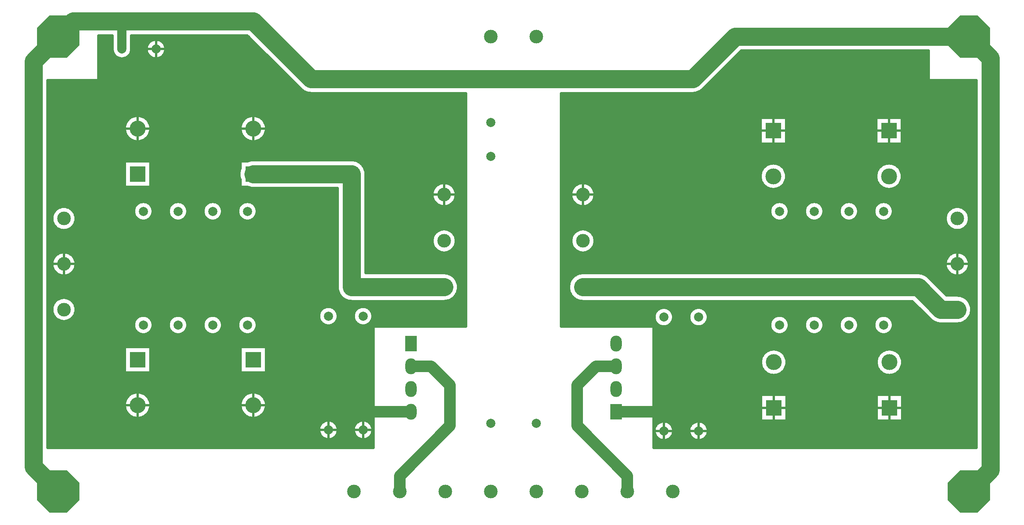
<source format=gbr>
G04 DipTrace 3.3.1.3*
G04 Bottom.gbr*
%MOMM*%
G04 #@! TF.FileFunction,Copper,L2,Bot*
G04 #@! TF.Part,Single*
%AMOUTLINE0*
4,1,8,
4.6194,1.91343,
4.6194,-1.91343,
1.91343,-4.6194,
-1.91343,-4.6194,
-4.6194,-1.91343,
-4.6194,1.91343,
-1.91343,4.6194,
1.91343,4.6194,
4.6194,1.91343,
0*%
G04 #@! TA.AperFunction,Conductor*
%ADD13C,4.0*%
G04 #@! TA.AperFunction,ComponentPad*
%ADD14C,2.0*%
G04 #@! TA.AperFunction,Conductor*
%ADD15C,2.5*%
G04 #@! TA.AperFunction,CopperBalancing*
%ADD16C,0.635*%
%ADD17C,0.5*%
G04 #@! TA.AperFunction,ComponentPad*
%ADD18C,3.0*%
%ADD19O,2.5X3.5*%
%ADD20R,2.5X3.5*%
%ADD21C,3.5*%
%ADD22R,3.5X3.5*%
%ADD43OUTLINE0*%
%FSLAX35Y35*%
G04*
G71*
G90*
G75*
G01*
G04 Bottom*
%LPD*%
X1922000Y1651500D2*
D13*
X1381000Y2192500D1*
Y11110500D1*
X1922000Y11651500D1*
X21922000D2*
X22397000Y11176500D1*
Y2126500D1*
X21922000Y1651500D1*
X1922000Y11651500D2*
X2256000Y11985500D1*
X3322000D1*
X6207000D1*
X7477000Y10715500D1*
X15859000D1*
X16795000Y11651500D1*
X21922000D1*
X3322000Y11376500D2*
D14*
Y11985500D1*
X9668000Y3401500D2*
D15*
X8620000D1*
X14176000D2*
X15224000D1*
X21668000Y5651500D2*
D13*
X21304000D1*
X20812000Y6143500D1*
X13446000D1*
X10398000D2*
X8366000D1*
Y8628767D1*
X6207000D1*
X9422000Y1651500D2*
D15*
Y1992500D1*
X10525000Y3095500D1*
Y3984500D1*
X10108000Y4401500D1*
X9668000D1*
X14422000Y1651500D2*
Y1992500D1*
X13319000Y3095500D1*
Y3984500D1*
X13736000Y4401500D1*
X14176000D1*
X2816127Y11639250D2*
D16*
X3101383D1*
X3542650D2*
X6102450D1*
X2816127Y11576083D2*
X3101383D1*
X3542650D2*
X3987593D1*
X4156337D2*
X6165613D1*
X2816127Y11512917D2*
X3101383D1*
X3542650D2*
X3900367D1*
X4243653D2*
X6228780D1*
X2816127Y11449750D2*
X3101383D1*
X3542650D2*
X3864273D1*
X4279747D2*
X6291943D1*
X2816127Y11386583D2*
X3101383D1*
X3542650D2*
X3851603D1*
X4292417D2*
X6355107D1*
X2816127Y11323417D2*
X3108037D1*
X3535997D2*
X3858077D1*
X4285947D2*
X6418270D1*
X16917753D2*
X21027853D1*
X2816127Y11260250D2*
X3135653D1*
X3508380D2*
X3885603D1*
X4258327D2*
X6481437D1*
X16854590D2*
X21027853D1*
X2816127Y11197083D2*
X3198453D1*
X3445490D2*
X3948493D1*
X4195530D2*
X6544600D1*
X16791427D2*
X21027853D1*
X2816127Y11133917D2*
X6607763D1*
X16728263D2*
X21027853D1*
X2816127Y11070750D2*
X6670927D1*
X16665100D2*
X21027853D1*
X2816127Y11007583D2*
X6734090D1*
X16601933D2*
X21027853D1*
X2816127Y10944417D2*
X6797257D1*
X16538770D2*
X21027853D1*
X2816127Y10881250D2*
X6860420D1*
X16475607D2*
X21027853D1*
X2816127Y10818083D2*
X6923583D1*
X16412443D2*
X21027853D1*
X2816127Y10754917D2*
X6986747D1*
X16349280D2*
X21027853D1*
X2805463Y10691750D2*
X7049913D1*
X16286113D2*
X21038610D1*
X1701597Y10628583D2*
X7113077D1*
X16222950D2*
X22076397D1*
X1701597Y10565417D2*
X7176240D1*
X16159697D2*
X22076397D1*
X1701597Y10502250D2*
X7239403D1*
X16096530D2*
X22076397D1*
X1701597Y10439083D2*
X7321070D1*
X16014957D2*
X22076397D1*
X1701597Y10375917D2*
X10867920D1*
X12976063D2*
X22076397D1*
X1701597Y10312750D2*
X10867920D1*
X12976063D2*
X22076397D1*
X1701597Y10249583D2*
X10867920D1*
X12976063D2*
X22076397D1*
X1701597Y10186417D2*
X10867920D1*
X12976063D2*
X22076397D1*
X1701597Y10123250D2*
X10867920D1*
X12976063D2*
X22076397D1*
X1701597Y10060083D2*
X10867920D1*
X12976063D2*
X22076397D1*
X1701597Y9996917D2*
X10867920D1*
X12976063D2*
X22076397D1*
X1701597Y9933750D2*
X10867920D1*
X12976063D2*
X22076397D1*
X1701597Y9870583D2*
X3501877D1*
X3832130D2*
X6041840D1*
X6372183D2*
X10867920D1*
X12976063D2*
X22076397D1*
X1701597Y9807417D2*
X3433153D1*
X3900853D2*
X5973113D1*
X6440907D2*
X10867920D1*
X12976063D2*
X17333350D1*
X17924643D2*
X19873400D1*
X20464603D2*
X22076397D1*
X1701597Y9744250D2*
X3395420D1*
X3938587D2*
X5935380D1*
X6478550D2*
X10867920D1*
X12976063D2*
X17333350D1*
X17924643D2*
X19873400D1*
X20464603D2*
X22076397D1*
X1701597Y9681083D2*
X3376097D1*
X3957910D2*
X5916150D1*
X6497873D2*
X10867920D1*
X12976063D2*
X17333350D1*
X17924643D2*
X19873400D1*
X20464603D2*
X22076397D1*
X1701597Y9617917D2*
X3371540D1*
X3962470D2*
X5911590D1*
X6502430D2*
X10867920D1*
X12976063D2*
X17333350D1*
X17924643D2*
X19873400D1*
X20464603D2*
X22076397D1*
X1701597Y9554750D2*
X3381020D1*
X3952990D2*
X5920980D1*
X6493040D2*
X10867920D1*
X12976063D2*
X17333350D1*
X17924643D2*
X19873400D1*
X20464603D2*
X22076397D1*
X1701597Y9491583D2*
X3405993D1*
X3928017D2*
X5945953D1*
X6468067D2*
X10867920D1*
X12976063D2*
X17333350D1*
X17924643D2*
X19873400D1*
X20464603D2*
X22076397D1*
X1701597Y9428417D2*
X3451930D1*
X3882077D2*
X5991983D1*
X6422040D2*
X10867920D1*
X12976063D2*
X17333350D1*
X17924643D2*
X19873400D1*
X20464603D2*
X22076397D1*
X1701597Y9365250D2*
X3541253D1*
X3792753D2*
X6081303D1*
X6332717D2*
X10867920D1*
X12976063D2*
X17333350D1*
X17924643D2*
X19873400D1*
X20464603D2*
X22076397D1*
X1701597Y9302083D2*
X10867920D1*
X12976063D2*
X17333350D1*
X17924643D2*
X19873400D1*
X20464603D2*
X22076397D1*
X1701597Y9238917D2*
X10867920D1*
X12976063D2*
X22076397D1*
X1701597Y9175750D2*
X10867920D1*
X12976063D2*
X22076397D1*
X1701597Y9112583D2*
X10867920D1*
X12976063D2*
X22076397D1*
X1701597Y9049417D2*
X10867920D1*
X12976063D2*
X22076397D1*
X1701597Y8986250D2*
X10867920D1*
X12976063D2*
X22076397D1*
X1701597Y8923083D2*
X6090420D1*
X8482573D2*
X10867920D1*
X12976063D2*
X22076397D1*
X1701597Y8859917D2*
X3371357D1*
X3962650D2*
X5911317D1*
X8585293D2*
X10867920D1*
X12976063D2*
X17547723D1*
X17710267D2*
X20087687D1*
X20250320D2*
X22076397D1*
X1701597Y8796750D2*
X3371357D1*
X3962650D2*
X5911317D1*
X8637977D2*
X10867920D1*
X12976063D2*
X17430510D1*
X17827480D2*
X19970470D1*
X20367533D2*
X22076397D1*
X1701597Y8733583D2*
X3371357D1*
X3962650D2*
X5904390D1*
X8668600D2*
X10867920D1*
X12976063D2*
X17377190D1*
X17880803D2*
X19917150D1*
X20420853D2*
X22076397D1*
X1701597Y8670417D2*
X3371357D1*
X3962650D2*
X5889170D1*
X8683823D2*
X10867920D1*
X12976063D2*
X17347660D1*
X17910333D2*
X19887710D1*
X20450293D2*
X22076397D1*
X1701597Y8607250D2*
X3371357D1*
X3962650D2*
X5887073D1*
X8686647D2*
X10867920D1*
X12976063D2*
X17334627D1*
X17923367D2*
X19874587D1*
X20463420D2*
X22076397D1*
X1701597Y8544083D2*
X3371357D1*
X3962650D2*
X5898010D1*
X8686647D2*
X10867920D1*
X12976063D2*
X17335627D1*
X17922363D2*
X19875680D1*
X20462327D2*
X22076397D1*
X1701597Y8480917D2*
X3371357D1*
X3962650D2*
X5911317D1*
X8686647D2*
X10867920D1*
X12976063D2*
X17351030D1*
X17906960D2*
X19891083D1*
X20446920D2*
X22076397D1*
X1701597Y8417750D2*
X3371357D1*
X3962650D2*
X5911317D1*
X8686647D2*
X10285953D1*
X10510020D2*
X10867920D1*
X12976063D2*
X13333960D1*
X13558030D2*
X17383480D1*
X17874513D2*
X19923440D1*
X20414473D2*
X22076397D1*
X1701597Y8354583D2*
X3371357D1*
X3962650D2*
X5911317D1*
X8686647D2*
X10197270D1*
X10598707D2*
X10867920D1*
X12976063D2*
X13245277D1*
X13646713D2*
X17441997D1*
X17816087D2*
X19981957D1*
X20356050D2*
X22076397D1*
X1701597Y8291417D2*
X8045317D1*
X8686647D2*
X10154157D1*
X10641910D2*
X10867920D1*
X12976063D2*
X13202163D1*
X13689827D2*
X17611710D1*
X17646313D2*
X20151760D1*
X20186303D2*
X22076397D1*
X1701597Y8228250D2*
X8045317D1*
X8686647D2*
X10132647D1*
X10663327D2*
X10867920D1*
X12976063D2*
X13180653D1*
X13711337D2*
X22076397D1*
X1701597Y8165083D2*
X8045317D1*
X8686647D2*
X10127543D1*
X10668433D2*
X10867920D1*
X12976063D2*
X13175550D1*
X13716440D2*
X22076397D1*
X1701597Y8101917D2*
X8045317D1*
X8686647D2*
X10137840D1*
X10658223D2*
X10867920D1*
X12976063D2*
X13185850D1*
X13706230D2*
X22076397D1*
X1701597Y8038750D2*
X8045317D1*
X8686647D2*
X10165460D1*
X10630517D2*
X10867920D1*
X12976063D2*
X13213467D1*
X13678523D2*
X22076397D1*
X1701597Y7975583D2*
X3650993D1*
X3936947D2*
X4413063D1*
X4699017D2*
X5175043D1*
X5460997D2*
X5937020D1*
X6222977D2*
X8045317D1*
X8686647D2*
X10218780D1*
X10577197D2*
X10867920D1*
X12976063D2*
X13266787D1*
X13625203D2*
X17621007D1*
X17906960D2*
X18382983D1*
X18668940D2*
X19145053D1*
X19431010D2*
X19907033D1*
X20192990D2*
X22076397D1*
X1701597Y7912417D2*
X2000523D1*
X2097443D2*
X3599130D1*
X3988810D2*
X4361110D1*
X4750880D2*
X5123180D1*
X5512860D2*
X5885160D1*
X6274837D2*
X8045317D1*
X8686647D2*
X10366437D1*
X10429540D2*
X10867920D1*
X12976063D2*
X13414443D1*
X13477547D2*
X17569143D1*
X17958823D2*
X18331123D1*
X18720893D2*
X19093193D1*
X19482873D2*
X19855173D1*
X20244850D2*
X21619573D1*
X21716400D2*
X22076397D1*
X1701597Y7849250D2*
X1867270D1*
X2230697D2*
X3576890D1*
X4011140D2*
X4338870D1*
X4773120D2*
X5100850D1*
X5535100D2*
X5862920D1*
X6297077D2*
X8045317D1*
X8686647D2*
X10867920D1*
X12976063D2*
X17546903D1*
X17981063D2*
X18308883D1*
X18743133D2*
X19070863D1*
X19505113D2*
X19832933D1*
X20267090D2*
X21486317D1*
X21849657D2*
X22076397D1*
X1701597Y7786083D2*
X1815223D1*
X2282833D2*
X3574793D1*
X4013237D2*
X4336773D1*
X4775217D2*
X5098753D1*
X5537287D2*
X5860733D1*
X6299267D2*
X8045317D1*
X8686647D2*
X10867920D1*
X12976063D2*
X17544717D1*
X17983250D2*
X18306787D1*
X18745230D2*
X19068767D1*
X19507207D2*
X19830747D1*
X20269280D2*
X21434183D1*
X21901790D2*
X22076397D1*
X1701597Y7722917D2*
X1788153D1*
X2309813D2*
X3592113D1*
X3995920D2*
X4354090D1*
X4757897D2*
X5116070D1*
X5519970D2*
X5878050D1*
X6281947D2*
X8045317D1*
X8686647D2*
X10867920D1*
X12976063D2*
X17562033D1*
X17965933D2*
X18324103D1*
X18727910D2*
X19086083D1*
X19489890D2*
X19848063D1*
X20251960D2*
X21407203D1*
X21928770D2*
X22076397D1*
X1701597Y7659750D2*
X1778493D1*
X2319473D2*
X3635317D1*
X3952623D2*
X4397387D1*
X4714603D2*
X5159363D1*
X5476673D2*
X5921343D1*
X6238653D2*
X8045317D1*
X8686647D2*
X10867920D1*
X12976063D2*
X17605330D1*
X17922637D2*
X18367307D1*
X18684617D2*
X19129377D1*
X19446687D2*
X19891357D1*
X20208667D2*
X21397450D1*
X21938523D2*
X22076397D1*
X1701597Y7596583D2*
X1784143D1*
X2313913D2*
X3775043D1*
X3813023D2*
X4537020D1*
X4574980D2*
X5299000D1*
X5337020D2*
X6060980D1*
X6098993D2*
X8045317D1*
X8686647D2*
X10867920D1*
X12976063D2*
X17744963D1*
X17783057D2*
X18507033D1*
X18545063D2*
X19269013D1*
X19307017D2*
X20030993D1*
X20069027D2*
X21403103D1*
X21932873D2*
X22076397D1*
X1701597Y7533417D2*
X1806200D1*
X2291767D2*
X8045317D1*
X8686647D2*
X10867920D1*
X12976063D2*
X21425250D1*
X21910813D2*
X22076397D1*
X1701597Y7470250D2*
X1850317D1*
X2247743D2*
X8045317D1*
X8686647D2*
X10867920D1*
X12976063D2*
X21469273D1*
X21866700D2*
X22076397D1*
X1701597Y7407083D2*
X1942100D1*
X2155867D2*
X8045317D1*
X8686647D2*
X10299170D1*
X10496803D2*
X10867920D1*
X12976063D2*
X13347177D1*
X13544813D2*
X21561057D1*
X21774917D2*
X22076397D1*
X1701597Y7343917D2*
X8045317D1*
X8686647D2*
X10202373D1*
X10593693D2*
X10867920D1*
X12976063D2*
X13250380D1*
X13641700D2*
X22076397D1*
X1701597Y7280750D2*
X8045317D1*
X8686647D2*
X10156800D1*
X10639173D2*
X10867920D1*
X12976063D2*
X13204807D1*
X13687183D2*
X22076397D1*
X1701597Y7217583D2*
X8045317D1*
X8686647D2*
X10133830D1*
X10662143D2*
X10867920D1*
X12976063D2*
X13181840D1*
X13710150D2*
X22076397D1*
X1701597Y7154417D2*
X8045317D1*
X8686647D2*
X10127450D1*
X10668613D2*
X10867920D1*
X12976063D2*
X13175367D1*
X13716623D2*
X22076397D1*
X1701597Y7091250D2*
X8045317D1*
X8686647D2*
X10136293D1*
X10659683D2*
X10867920D1*
X12976063D2*
X13184300D1*
X13707690D2*
X22076397D1*
X1701597Y7028083D2*
X8045317D1*
X8686647D2*
X10162360D1*
X10633613D2*
X10867920D1*
X12976063D2*
X13210367D1*
X13681623D2*
X22076397D1*
X1701597Y6964917D2*
X8045317D1*
X8686647D2*
X10212763D1*
X10583210D2*
X10867920D1*
X12976063D2*
X13260770D1*
X13631220D2*
X22076397D1*
X1701597Y6901750D2*
X1957687D1*
X2140373D2*
X8045317D1*
X8686647D2*
X10333257D1*
X10462807D2*
X10867920D1*
X12976063D2*
X13381173D1*
X13510813D2*
X21576643D1*
X21759330D2*
X22076397D1*
X1701597Y6838583D2*
X1855967D1*
X2242000D2*
X8045317D1*
X8686647D2*
X10867920D1*
X12976063D2*
X21475017D1*
X21861050D2*
X22076397D1*
X1701597Y6775417D2*
X1809210D1*
X2288757D2*
X8045317D1*
X8686647D2*
X10867920D1*
X12976063D2*
X21428167D1*
X21907807D2*
X22076397D1*
X1701597Y6712250D2*
X1785420D1*
X2312547D2*
X8045317D1*
X8686647D2*
X10867920D1*
X12976063D2*
X21404470D1*
X21931597D2*
X22076397D1*
X1701597Y6649083D2*
X1778400D1*
X2319657D2*
X8045317D1*
X8686647D2*
X10867920D1*
X12976063D2*
X21397360D1*
X21938613D2*
X22076397D1*
X1701597Y6585917D2*
X1786603D1*
X2311363D2*
X8045317D1*
X8686647D2*
X10867920D1*
X12976063D2*
X21405653D1*
X21930410D2*
X22076397D1*
X1701597Y6522750D2*
X1811853D1*
X2286113D2*
X8045317D1*
X8686647D2*
X10867920D1*
X12976063D2*
X21430810D1*
X21905163D2*
X22076397D1*
X1701597Y6459583D2*
X1860980D1*
X2237077D2*
X8045317D1*
X8686647D2*
X10867920D1*
X12976063D2*
X21479937D1*
X21856037D2*
X22076397D1*
X1701597Y6396417D2*
X1973543D1*
X2124513D2*
X8045317D1*
X10590957D2*
X10867920D1*
X12976063D2*
X13253113D1*
X21004917D2*
X21592503D1*
X21743470D2*
X22076397D1*
X1701597Y6333250D2*
X8045317D1*
X10654850D2*
X10867920D1*
X12976063D2*
X13189130D1*
X21073093D2*
X22076397D1*
X1701597Y6270083D2*
X8045317D1*
X10692040D2*
X10867920D1*
X12976063D2*
X13151943D1*
X21136257D2*
X22076397D1*
X1701597Y6206917D2*
X8045317D1*
X10712183D2*
X10867920D1*
X12976063D2*
X13131800D1*
X21199420D2*
X22076397D1*
X1701597Y6143750D2*
X8045317D1*
X10718653D2*
X10867920D1*
X12976063D2*
X13125330D1*
X21262587D2*
X22076397D1*
X1701597Y6080583D2*
X8051697D1*
X10712273D2*
X10867920D1*
X12976063D2*
X13131710D1*
X21325750D2*
X22076397D1*
X1701597Y6017417D2*
X8071747D1*
X10692220D2*
X10867920D1*
X12976063D2*
X13151760D1*
X21388913D2*
X22076397D1*
X1701597Y5954250D2*
X8108753D1*
X10655307D2*
X10867920D1*
X12976063D2*
X13188767D1*
X21758693D2*
X22076397D1*
X1701597Y5891083D2*
X1931070D1*
X2166897D2*
X8172373D1*
X10591597D2*
X10867920D1*
X12976063D2*
X13252387D1*
X21877730D2*
X22076397D1*
X1701597Y5827917D2*
X1845850D1*
X2252117D2*
X10867920D1*
X12976063D2*
X20676760D1*
X21934420D2*
X22076397D1*
X1701597Y5764750D2*
X1803830D1*
X2294137D2*
X10867920D1*
X12976063D2*
X20739923D1*
X21967507D2*
X22076397D1*
X1701597Y5701583D2*
X1783140D1*
X2314827D2*
X7767503D1*
X7948457D2*
X8529483D1*
X8710530D2*
X10867920D1*
X12976063D2*
X20803090D1*
X21984643D2*
X22076397D1*
X1701597Y5638417D2*
X1778673D1*
X2319290D2*
X7684377D1*
X8031673D2*
X8446357D1*
X8793653D2*
X10867920D1*
X12976063D2*
X15068557D1*
X15379487D2*
X15830537D1*
X16141467D2*
X20866253D1*
X21988380D2*
X22076397D1*
X1701597Y5575250D2*
X1789613D1*
X2308447D2*
X7649377D1*
X8066583D2*
X8411357D1*
X8828653D2*
X10867920D1*
X12976063D2*
X15023530D1*
X15424513D2*
X15785510D1*
X16186493D2*
X20929417D1*
X21979267D2*
X22076397D1*
X1701597Y5512083D2*
X1818140D1*
X2279917D2*
X3714977D1*
X3873053D2*
X4476957D1*
X4635033D2*
X5238937D1*
X5397013D2*
X6000913D1*
X6159083D2*
X7637530D1*
X8078523D2*
X8399507D1*
X8840503D2*
X10867920D1*
X12976063D2*
X15005120D1*
X15442833D2*
X15767100D1*
X16204813D2*
X17684990D1*
X17843067D2*
X18446970D1*
X18605047D2*
X19208947D1*
X19367027D2*
X19970927D1*
X20129003D2*
X20992580D1*
X21956023D2*
X22076397D1*
X1701597Y5448917D2*
X1872920D1*
X2225047D2*
X3624103D1*
X3963927D2*
X4386083D1*
X4725907D2*
X5148063D1*
X5487977D2*
X5910043D1*
X6249957D2*
X7644730D1*
X8071323D2*
X8406710D1*
X8833303D2*
X10867920D1*
X12976063D2*
X15006303D1*
X15441647D2*
X15768377D1*
X16203627D2*
X17594027D1*
X17933940D2*
X18356097D1*
X18695920D2*
X19118077D1*
X19457897D2*
X19880053D1*
X20219970D2*
X21055747D1*
X21914643D2*
X22076397D1*
X1701597Y5385750D2*
X3587007D1*
X4001023D2*
X4348987D1*
X4763003D2*
X5110967D1*
X5524980D2*
X5873037D1*
X6286960D2*
X7673257D1*
X8042703D2*
X8435237D1*
X8804773D2*
X10867920D1*
X12976063D2*
X15027450D1*
X15420503D2*
X15789430D1*
X16182573D2*
X17557020D1*
X17971037D2*
X18319000D1*
X18733017D2*
X19080980D1*
X19494993D2*
X19843050D1*
X20256973D2*
X21129847D1*
X21842183D2*
X22076397D1*
X1701597Y5322583D2*
X3573700D1*
X4014330D2*
X4335680D1*
X4776310D2*
X5097660D1*
X5538290D2*
X5859730D1*
X6300267D2*
X7738427D1*
X7977623D2*
X8500407D1*
X8739603D2*
X10867920D1*
X12976063D2*
X15077307D1*
X15370737D2*
X15839287D1*
X16132717D2*
X17543713D1*
X17984343D2*
X18305693D1*
X18746323D2*
X19067673D1*
X19508303D2*
X19829743D1*
X20270280D2*
X22076397D1*
X1701597Y5259417D2*
X3579533D1*
X4008497D2*
X4341513D1*
X4770477D2*
X5103493D1*
X5532457D2*
X5865563D1*
X6294433D2*
X8836280D1*
X15007703D2*
X17549547D1*
X17978420D2*
X18311527D1*
X18740490D2*
X19073507D1*
X19502470D2*
X19835577D1*
X20264447D2*
X22076397D1*
X1701597Y5196250D2*
X3606330D1*
X3981610D2*
X4368400D1*
X4743680D2*
X5130380D1*
X5505660D2*
X5892360D1*
X6267637D2*
X8835913D1*
X15008067D2*
X17576343D1*
X17951623D2*
X18338323D1*
X18713600D2*
X19100393D1*
X19475670D2*
X19862373D1*
X20237650D2*
X22076397D1*
X1701597Y5133083D2*
X3667490D1*
X3920540D2*
X4429470D1*
X4682520D2*
X5191447D1*
X5444500D2*
X5953427D1*
X6206570D2*
X8835913D1*
X15008067D2*
X17637503D1*
X17890553D2*
X18399483D1*
X18652533D2*
X19161460D1*
X19414513D2*
X19923440D1*
X20176493D2*
X22076397D1*
X1701597Y5069917D2*
X8835913D1*
X15008067D2*
X22076397D1*
X1701597Y5006750D2*
X8835913D1*
X15008067D2*
X22076397D1*
X1701597Y4943583D2*
X8835913D1*
X15008067D2*
X22076397D1*
X1701597Y4880417D2*
X8835913D1*
X15008067D2*
X22076397D1*
X1701597Y4817250D2*
X3371357D1*
X3962650D2*
X5911317D1*
X6502613D2*
X8835913D1*
X15008067D2*
X22076397D1*
X1701597Y4754083D2*
X3371357D1*
X3962650D2*
X5911317D1*
X6502613D2*
X8835913D1*
X15008067D2*
X17507073D1*
X17766870D2*
X20047127D1*
X20306920D2*
X22076397D1*
X1701597Y4690917D2*
X3371357D1*
X3962650D2*
X5911317D1*
X6502613D2*
X8835913D1*
X15008067D2*
X17420120D1*
X17853913D2*
X19960173D1*
X20393873D2*
X22076397D1*
X1701597Y4627750D2*
X3371357D1*
X3962650D2*
X5911317D1*
X6502613D2*
X8835913D1*
X15008067D2*
X17374913D1*
X17899123D2*
X19914963D1*
X20439083D2*
X22076397D1*
X1701597Y4564583D2*
X3371357D1*
X3962650D2*
X5911317D1*
X6502613D2*
X8835913D1*
X15008067D2*
X17350483D1*
X17923550D2*
X19890447D1*
X20463510D2*
X22076397D1*
X1701597Y4501417D2*
X3371357D1*
X3962650D2*
X5911317D1*
X6502613D2*
X8835913D1*
X15008067D2*
X17341460D1*
X17932480D2*
X19881513D1*
X20472533D2*
X22076397D1*
X1701597Y4438250D2*
X3371357D1*
X3962650D2*
X5911317D1*
X6502613D2*
X8835913D1*
X15008067D2*
X17346473D1*
X17927470D2*
X19886527D1*
X20467520D2*
X22076397D1*
X1701597Y4375083D2*
X3371357D1*
X3962650D2*
X5911317D1*
X6502613D2*
X8835913D1*
X15008067D2*
X17366253D1*
X17907780D2*
X19906303D1*
X20447743D2*
X22076397D1*
X1701597Y4311917D2*
X3371357D1*
X3962650D2*
X5911317D1*
X6502613D2*
X8835913D1*
X15008067D2*
X17404627D1*
X17869317D2*
X19944677D1*
X20409370D2*
X22076397D1*
X1701597Y4248750D2*
X8835913D1*
X15008067D2*
X17474807D1*
X17799137D2*
X20014860D1*
X20339187D2*
X22076397D1*
X1701597Y4185583D2*
X8835913D1*
X15008067D2*
X22076397D1*
X1701597Y4122417D2*
X8835913D1*
X15008067D2*
X22076397D1*
X1701597Y4059250D2*
X8835913D1*
X15008067D2*
X22076397D1*
X1701597Y3996083D2*
X8835913D1*
X15008067D2*
X22076397D1*
X1701597Y3932917D2*
X8835913D1*
X15008067D2*
X22076397D1*
X1701597Y3869750D2*
X8835913D1*
X15008067D2*
X22076397D1*
X1701597Y3806583D2*
X3529403D1*
X3804603D2*
X6069457D1*
X6344563D2*
X8835913D1*
X15008067D2*
X22076397D1*
X1701597Y3743417D2*
X3446643D1*
X3887363D2*
X5986603D1*
X6427327D2*
X8835913D1*
X15008067D2*
X17341370D1*
X17932663D2*
X19881330D1*
X20472623D2*
X22076397D1*
X1701597Y3680250D2*
X3402983D1*
X3931023D2*
X5942947D1*
X6471077D2*
X8835913D1*
X15008067D2*
X17341370D1*
X17932663D2*
X19881330D1*
X20472623D2*
X22076397D1*
X1701597Y3617083D2*
X3379560D1*
X3954447D2*
X5919520D1*
X6494500D2*
X8835913D1*
X15008067D2*
X17341370D1*
X17932663D2*
X19881330D1*
X20472623D2*
X22076397D1*
X1701597Y3553917D2*
X3371447D1*
X3962560D2*
X5911410D1*
X6502613D2*
X8835913D1*
X15008067D2*
X17341370D1*
X17932663D2*
X19881330D1*
X20472623D2*
X22076397D1*
X1701597Y3490750D2*
X3377280D1*
X3956727D2*
X5917243D1*
X6496780D2*
X8835913D1*
X15008067D2*
X17341370D1*
X17932663D2*
X19881330D1*
X20472623D2*
X22076397D1*
X1701597Y3427583D2*
X3397970D1*
X3936037D2*
X5937933D1*
X6475997D2*
X8835913D1*
X15008067D2*
X17341370D1*
X17932663D2*
X19881330D1*
X20472623D2*
X22076397D1*
X1701597Y3364417D2*
X3437710D1*
X3896297D2*
X5977673D1*
X6436257D2*
X8835913D1*
X15008067D2*
X17341370D1*
X17932663D2*
X19881330D1*
X20472623D2*
X22076397D1*
X1701597Y3301250D2*
X3510900D1*
X3823107D2*
X6050863D1*
X6363067D2*
X8835913D1*
X15008067D2*
X17341370D1*
X17932663D2*
X19881330D1*
X20472623D2*
X22076397D1*
X1701597Y3238083D2*
X8835913D1*
X15008067D2*
X17341370D1*
X17932663D2*
X19881330D1*
X20472623D2*
X22076397D1*
X1701597Y3174917D2*
X7721747D1*
X7994303D2*
X8483727D1*
X8756283D2*
X8835913D1*
X15008067D2*
X15119327D1*
X15328627D2*
X15881397D1*
X16090607D2*
X22076397D1*
X1701597Y3111750D2*
X7666150D1*
X8049903D2*
X8428127D1*
X15008067D2*
X15045223D1*
X15402730D2*
X15807203D1*
X16164800D2*
X22076397D1*
X1701597Y3048583D2*
X7641903D1*
X8074057D2*
X8403973D1*
X15434813D2*
X15775210D1*
X16196790D2*
X22076397D1*
X1701597Y2985417D2*
X7638167D1*
X8077793D2*
X8400237D1*
X15444657D2*
X15765367D1*
X16206637D2*
X22076397D1*
X1701597Y2922250D2*
X7653753D1*
X8062207D2*
X8415733D1*
X15435360D2*
X15774573D1*
X16197430D2*
X22076397D1*
X1701597Y2859083D2*
X7694220D1*
X8021740D2*
X8456293D1*
X8783720D2*
X8835913D1*
X15008067D2*
X15043857D1*
X15404097D2*
X15805927D1*
X16166077D2*
X22076397D1*
X1701597Y2795917D2*
X7802503D1*
X7913457D2*
X8564483D1*
X8675437D2*
X8835913D1*
X15008067D2*
X15115863D1*
X15332090D2*
X15877840D1*
X16094160D2*
X22076397D1*
X1701597Y2732750D2*
X8835913D1*
X15008067D2*
X22076397D1*
X1701597Y2669583D2*
X8835913D1*
X15008067D2*
X22076397D1*
X3956253Y3544100D2*
X3954447Y3516170D1*
X3949953Y3488543D1*
X3942807Y3461483D1*
X3933083Y3435237D1*
X3920867Y3410053D1*
X3906273Y3386170D1*
X3889440Y3363810D1*
X3870523Y3343180D1*
X3849703Y3324473D1*
X3827173Y3307867D1*
X3803143Y3293517D1*
X3777840Y3281553D1*
X3751500Y3272093D1*
X3724367Y3265220D1*
X3696697Y3261003D1*
X3668750Y3259483D1*
X3640787Y3260667D1*
X3613067Y3264550D1*
X3585853Y3271090D1*
X3559400Y3280233D1*
X3533953Y3291887D1*
X3509750Y3305947D1*
X3487020Y3322280D1*
X3465977Y3340733D1*
X3446813Y3361133D1*
X3429710Y3383290D1*
X3414830Y3406997D1*
X3402310Y3432027D1*
X3392267Y3458153D1*
X3384797Y3485127D1*
X3379967Y3512697D1*
X3377827Y3540603D1*
X3378390Y3568587D1*
X3381657Y3596383D1*
X3387593Y3623737D1*
X3396147Y3650387D1*
X3407233Y3676087D1*
X3420753Y3700593D1*
X3436577Y3723680D1*
X3454560Y3745127D1*
X3474530Y3764740D1*
X3496303Y3782327D1*
X3519670Y3797730D1*
X3544420Y3810803D1*
X3570317Y3821423D1*
X3597117Y3829490D1*
X3624573Y3834930D1*
X3652427Y3837690D1*
X3680413Y3837747D1*
X3708277Y3835097D1*
X3735757Y3829767D1*
X3762590Y3821807D1*
X3788527Y3811293D1*
X3813330Y3798320D1*
X3836760Y3783010D1*
X3858603Y3765510D1*
X3878650Y3745980D1*
X3896720Y3724603D1*
X3912637Y3701580D1*
X3926253Y3677127D1*
X3937443Y3651473D1*
X3946103Y3624857D1*
X3952150Y3597530D1*
X3955530Y3569743D1*
X3956253Y3544100D1*
X3401043Y4838057D2*
X3956290D1*
Y4259477D1*
X3377710D1*
Y4838057D1*
X3401043D1*
X6496253Y3544100D2*
X6494447Y3516170D1*
X6489953Y3488543D1*
X6482807Y3461483D1*
X6473083Y3435237D1*
X6460867Y3410053D1*
X6446273Y3386170D1*
X6429440Y3363810D1*
X6410523Y3343180D1*
X6389703Y3324473D1*
X6367173Y3307867D1*
X6343143Y3293517D1*
X6317840Y3281553D1*
X6291500Y3272093D1*
X6264367Y3265220D1*
X6236697Y3261003D1*
X6208750Y3259483D1*
X6180787Y3260667D1*
X6153067Y3264550D1*
X6125853Y3271090D1*
X6099400Y3280233D1*
X6073953Y3291887D1*
X6049750Y3305947D1*
X6027020Y3322280D1*
X6005977Y3340733D1*
X5986813Y3361133D1*
X5969710Y3383290D1*
X5954830Y3406997D1*
X5942310Y3432027D1*
X5932267Y3458153D1*
X5924797Y3485127D1*
X5919967Y3512697D1*
X5917827Y3540603D1*
X5918390Y3568587D1*
X5921657Y3596383D1*
X5927593Y3623737D1*
X5936147Y3650387D1*
X5947233Y3676087D1*
X5960753Y3700593D1*
X5976577Y3723680D1*
X5994560Y3745127D1*
X6014530Y3764740D1*
X6036303Y3782327D1*
X6059670Y3797730D1*
X6084420Y3810803D1*
X6110317Y3821423D1*
X6137117Y3829490D1*
X6164573Y3834930D1*
X6192427Y3837690D1*
X6220413Y3837747D1*
X6248277Y3835097D1*
X6275757Y3829767D1*
X6302590Y3821807D1*
X6328527Y3811293D1*
X6353330Y3798320D1*
X6376760Y3783010D1*
X6398603Y3765510D1*
X6418650Y3745980D1*
X6436720Y3724603D1*
X6452637Y3701580D1*
X6466253Y3677127D1*
X6477443Y3651473D1*
X6486103Y3624857D1*
X6492150Y3597530D1*
X6495530Y3569743D1*
X6496253Y3544100D1*
X5941043Y4838057D2*
X6496290D1*
Y4259477D1*
X5917710D1*
Y4838057D1*
X5941043D1*
X3956253Y9624100D2*
X3954447Y9596170D1*
X3949953Y9568543D1*
X3942807Y9541483D1*
X3933083Y9515237D1*
X3920867Y9490053D1*
X3906273Y9466170D1*
X3889440Y9443810D1*
X3870523Y9423180D1*
X3849703Y9404473D1*
X3827173Y9387867D1*
X3803143Y9373517D1*
X3777840Y9361553D1*
X3751500Y9352093D1*
X3724367Y9345220D1*
X3696697Y9341003D1*
X3668750Y9339483D1*
X3640787Y9340667D1*
X3613067Y9344550D1*
X3585853Y9351090D1*
X3559400Y9360233D1*
X3533953Y9371887D1*
X3509750Y9385947D1*
X3487020Y9402280D1*
X3465977Y9420733D1*
X3446813Y9441133D1*
X3429710Y9463290D1*
X3414830Y9486997D1*
X3402310Y9512027D1*
X3392267Y9538153D1*
X3384797Y9565127D1*
X3379967Y9592697D1*
X3377827Y9620603D1*
X3378390Y9648587D1*
X3381657Y9676383D1*
X3387593Y9703737D1*
X3396147Y9730387D1*
X3407233Y9756087D1*
X3420753Y9780593D1*
X3436577Y9803680D1*
X3454560Y9825127D1*
X3474530Y9844740D1*
X3496303Y9862327D1*
X3519670Y9877730D1*
X3544420Y9890803D1*
X3570317Y9901423D1*
X3597117Y9909490D1*
X3624573Y9914930D1*
X3652427Y9917690D1*
X3680413Y9917747D1*
X3708277Y9915097D1*
X3735757Y9909767D1*
X3762590Y9901807D1*
X3788527Y9891293D1*
X3813330Y9878320D1*
X3836760Y9863010D1*
X3858603Y9845510D1*
X3878650Y9825980D1*
X3896720Y9804603D1*
X3912637Y9781580D1*
X3926253Y9757127D1*
X3937443Y9731473D1*
X3946103Y9704857D1*
X3952150Y9677530D1*
X3955530Y9649743D1*
X3956253Y9624100D1*
X3401043Y8918057D2*
X3956290D1*
Y8339477D1*
X3377710D1*
Y8918057D1*
X3401043D1*
X6496253Y9624100D2*
X6494447Y9596170D1*
X6489953Y9568543D1*
X6482807Y9541483D1*
X6473083Y9515237D1*
X6460867Y9490053D1*
X6446273Y9466170D1*
X6429440Y9443810D1*
X6410523Y9423180D1*
X6389703Y9404473D1*
X6367173Y9387867D1*
X6343143Y9373517D1*
X6317840Y9361553D1*
X6291500Y9352093D1*
X6264367Y9345220D1*
X6236697Y9341003D1*
X6208750Y9339483D1*
X6180787Y9340667D1*
X6153067Y9344550D1*
X6125853Y9351090D1*
X6099400Y9360233D1*
X6073953Y9371887D1*
X6049750Y9385947D1*
X6027020Y9402280D1*
X6005977Y9420733D1*
X5986813Y9441133D1*
X5969710Y9463290D1*
X5954830Y9486997D1*
X5942310Y9512027D1*
X5932267Y9538153D1*
X5924797Y9565127D1*
X5919967Y9592697D1*
X5917827Y9620603D1*
X5918390Y9648587D1*
X5921657Y9676383D1*
X5927593Y9703737D1*
X5936147Y9730387D1*
X5947233Y9756087D1*
X5960753Y9780593D1*
X5976577Y9803680D1*
X5994560Y9825127D1*
X6014530Y9844740D1*
X6036303Y9862327D1*
X6059670Y9877730D1*
X6084420Y9890803D1*
X6110317Y9901423D1*
X6137117Y9909490D1*
X6164573Y9914930D1*
X6192427Y9917690D1*
X6220413Y9917747D1*
X6248277Y9915097D1*
X6275757Y9909767D1*
X6302590Y9901807D1*
X6328527Y9891293D1*
X6353330Y9878320D1*
X6376760Y9863010D1*
X6398603Y9845510D1*
X6418650Y9825980D1*
X6436720Y9804603D1*
X6452637Y9781580D1*
X6466253Y9757127D1*
X6477443Y9731473D1*
X6486103Y9704857D1*
X6492150Y9677530D1*
X6495530Y9649743D1*
X6496253Y9624100D1*
X5941043Y8918057D2*
X6084233D1*
X6108010Y8927060D1*
X6130407Y8933580D1*
X6153227Y8938423D1*
X6176343Y8941557D1*
X6207000Y8943057D1*
X8366000D1*
X8389313Y8942190D1*
X8412497Y8939600D1*
X8435423Y8935293D1*
X8457967Y8929300D1*
X8480007Y8921650D1*
X8501417Y8912387D1*
X8522080Y8901563D1*
X8541883Y8889233D1*
X8560720Y8875470D1*
X8578480Y8860347D1*
X8595073Y8843950D1*
X8610403Y8826367D1*
X8624387Y8807693D1*
X8636947Y8788033D1*
X8648013Y8767500D1*
X8657527Y8746200D1*
X8665433Y8724253D1*
X8671693Y8701780D1*
X8676267Y8678903D1*
X8679130Y8655753D1*
X8680267Y8632360D1*
X8680290Y6457763D1*
X10398000Y6457790D1*
X10421313Y6456923D1*
X10444497Y6454333D1*
X10467423Y6450027D1*
X10489967Y6444033D1*
X10512007Y6436383D1*
X10533417Y6427120D1*
X10554080Y6416297D1*
X10573883Y6403967D1*
X10592720Y6390203D1*
X10610480Y6375080D1*
X10627073Y6358683D1*
X10642403Y6341100D1*
X10656387Y6322427D1*
X10668947Y6302767D1*
X10680013Y6282233D1*
X10689527Y6260933D1*
X10697433Y6238987D1*
X10703693Y6216513D1*
X10708267Y6193637D1*
X10711130Y6170487D1*
X10712270Y6147187D1*
X10711677Y6123867D1*
X10709357Y6100653D1*
X10705320Y6077677D1*
X10699590Y6055063D1*
X10692200Y6032937D1*
X10683190Y6011420D1*
X10672607Y5990630D1*
X10660510Y5970683D1*
X10646970Y5951687D1*
X10632057Y5933750D1*
X10615853Y5916967D1*
X10598450Y5901430D1*
X10579943Y5887230D1*
X10560433Y5874440D1*
X10540030Y5863133D1*
X10518843Y5853370D1*
X10496990Y5845207D1*
X10474593Y5838687D1*
X10451773Y5833843D1*
X10428657Y5830710D1*
X10398000Y5829210D1*
X8366100D1*
X8346367Y5829823D1*
X8323153Y5832143D1*
X8300177Y5836180D1*
X8277563Y5841910D1*
X8255437Y5849300D1*
X8233920Y5858310D1*
X8213130Y5868893D1*
X8193183Y5880990D1*
X8174187Y5894530D1*
X8156250Y5909443D1*
X8139467Y5925647D1*
X8123930Y5943050D1*
X8109730Y5961557D1*
X8096940Y5981067D1*
X8085633Y6001470D1*
X8075870Y6022657D1*
X8067707Y6044510D1*
X8061187Y6066907D1*
X8056343Y6089727D1*
X8053210Y6112843D1*
X8051710Y6143500D1*
Y8314503D1*
X6207000Y8314477D1*
X6183687Y8315343D1*
X6160503Y8317933D1*
X6137577Y8322240D1*
X6115033Y8328233D1*
X6084713Y8339463D1*
X5917710Y8339477D1*
Y8506000D1*
X5907567Y8533280D1*
X5901307Y8555753D1*
X5896733Y8578630D1*
X5893870Y8601780D1*
X5892730Y8625080D1*
X5893323Y8648400D1*
X5895643Y8671613D1*
X5899680Y8694590D1*
X5905410Y8717203D1*
X5912800Y8739330D1*
X5917693Y8751013D1*
X5917710Y8918057D1*
X5941043D1*
X17925397Y4469803D2*
X17922730Y4447247D1*
X17918297Y4424967D1*
X17912130Y4403103D1*
X17904270Y4381793D1*
X17894760Y4361167D1*
X17883660Y4341347D1*
X17871040Y4322460D1*
X17856977Y4304620D1*
X17841560Y4287940D1*
X17824880Y4272523D1*
X17807040Y4258460D1*
X17788153Y4245840D1*
X17768333Y4234740D1*
X17747707Y4225230D1*
X17726397Y4217370D1*
X17704533Y4211203D1*
X17682253Y4206770D1*
X17659697Y4204103D1*
X17637000Y4203210D1*
X17614303Y4204103D1*
X17591747Y4206770D1*
X17569467Y4211203D1*
X17547603Y4217370D1*
X17526293Y4225230D1*
X17505667Y4234740D1*
X17485847Y4245840D1*
X17466960Y4258460D1*
X17449120Y4272523D1*
X17432440Y4287940D1*
X17417023Y4304620D1*
X17402960Y4322460D1*
X17390340Y4341347D1*
X17379240Y4361167D1*
X17369730Y4381793D1*
X17361870Y4403103D1*
X17355703Y4424967D1*
X17351270Y4447247D1*
X17348603Y4469803D1*
X17347710Y4492500D1*
X17348603Y4515197D1*
X17351270Y4537753D1*
X17355703Y4560033D1*
X17361870Y4581897D1*
X17369730Y4603207D1*
X17379240Y4623833D1*
X17390340Y4643653D1*
X17402960Y4662540D1*
X17417023Y4680380D1*
X17432440Y4697060D1*
X17449120Y4712477D1*
X17466960Y4726540D1*
X17485847Y4739160D1*
X17505667Y4750260D1*
X17526293Y4759770D1*
X17547603Y4767630D1*
X17569467Y4773797D1*
X17591747Y4778230D1*
X17614303Y4780897D1*
X17637000Y4781790D1*
X17659697Y4780897D1*
X17682253Y4778230D1*
X17704533Y4773797D1*
X17726397Y4767630D1*
X17747707Y4759770D1*
X17768333Y4750260D1*
X17788153Y4739160D1*
X17807040Y4726540D1*
X17824880Y4712477D1*
X17841560Y4697060D1*
X17856977Y4680380D1*
X17871040Y4662540D1*
X17883660Y4643653D1*
X17894760Y4623833D1*
X17904270Y4603207D1*
X17912130Y4581897D1*
X17918297Y4560033D1*
X17922730Y4537753D1*
X17925397Y4515197D1*
X17926290Y4492500D1*
X17925397Y4469803D1*
X17352377Y3781790D2*
X17926290D1*
Y3203210D1*
X17347710D1*
Y3781790D1*
X17352377D1*
X20465397Y4469803D2*
X20462730Y4447247D1*
X20458297Y4424967D1*
X20452130Y4403103D1*
X20444270Y4381793D1*
X20434760Y4361167D1*
X20423660Y4341347D1*
X20411040Y4322460D1*
X20396977Y4304620D1*
X20381560Y4287940D1*
X20364880Y4272523D1*
X20347040Y4258460D1*
X20328153Y4245840D1*
X20308333Y4234740D1*
X20287707Y4225230D1*
X20266397Y4217370D1*
X20244533Y4211203D1*
X20222253Y4206770D1*
X20199697Y4204103D1*
X20177000Y4203210D1*
X20154303Y4204103D1*
X20131747Y4206770D1*
X20109467Y4211203D1*
X20087603Y4217370D1*
X20066293Y4225230D1*
X20045667Y4234740D1*
X20025847Y4245840D1*
X20006960Y4258460D1*
X19989120Y4272523D1*
X19972440Y4287940D1*
X19957023Y4304620D1*
X19942960Y4322460D1*
X19930340Y4341347D1*
X19919240Y4361167D1*
X19909730Y4381793D1*
X19901870Y4403103D1*
X19895703Y4424967D1*
X19891270Y4447247D1*
X19888603Y4469803D1*
X19887710Y4492500D1*
X19888603Y4515197D1*
X19891270Y4537753D1*
X19895703Y4560033D1*
X19901870Y4581897D1*
X19909730Y4603207D1*
X19919240Y4623833D1*
X19930340Y4643653D1*
X19942960Y4662540D1*
X19957023Y4680380D1*
X19972440Y4697060D1*
X19989120Y4712477D1*
X20006960Y4726540D1*
X20025847Y4739160D1*
X20045667Y4750260D1*
X20066293Y4759770D1*
X20087603Y4767630D1*
X20109467Y4773797D1*
X20131747Y4778230D1*
X20154303Y4780897D1*
X20177000Y4781790D1*
X20199697Y4780897D1*
X20222253Y4778230D1*
X20244533Y4773797D1*
X20266397Y4767630D1*
X20287707Y4759770D1*
X20308333Y4750260D1*
X20328153Y4739160D1*
X20347040Y4726540D1*
X20364880Y4712477D1*
X20381560Y4697060D1*
X20396977Y4680380D1*
X20411040Y4662540D1*
X20423660Y4643653D1*
X20434760Y4623833D1*
X20444270Y4603207D1*
X20452130Y4581897D1*
X20458297Y4560033D1*
X20462730Y4537753D1*
X20465397Y4515197D1*
X20466290Y4492500D1*
X20465397Y4469803D1*
X19892377Y3781790D2*
X20466290D1*
Y3203210D1*
X19887710D1*
Y3781790D1*
X19892377D1*
X17917397Y8557803D2*
X17914730Y8535247D1*
X17910297Y8512967D1*
X17904130Y8491103D1*
X17896270Y8469793D1*
X17886760Y8449167D1*
X17875660Y8429347D1*
X17863040Y8410460D1*
X17848977Y8392620D1*
X17833560Y8375940D1*
X17816880Y8360523D1*
X17799040Y8346460D1*
X17780153Y8333840D1*
X17760333Y8322740D1*
X17739707Y8313230D1*
X17718397Y8305370D1*
X17696533Y8299203D1*
X17674253Y8294770D1*
X17651697Y8292103D1*
X17629000Y8291210D1*
X17606303Y8292103D1*
X17583747Y8294770D1*
X17561467Y8299203D1*
X17539603Y8305370D1*
X17518293Y8313230D1*
X17497667Y8322740D1*
X17477847Y8333840D1*
X17458960Y8346460D1*
X17441120Y8360523D1*
X17424440Y8375940D1*
X17409023Y8392620D1*
X17394960Y8410460D1*
X17382340Y8429347D1*
X17371240Y8449167D1*
X17361730Y8469793D1*
X17353870Y8491103D1*
X17347703Y8512967D1*
X17343270Y8535247D1*
X17340603Y8557803D1*
X17339710Y8580500D1*
X17340603Y8603197D1*
X17343270Y8625753D1*
X17347703Y8648033D1*
X17353870Y8669897D1*
X17361730Y8691207D1*
X17371240Y8711833D1*
X17382340Y8731653D1*
X17394960Y8750540D1*
X17409023Y8768380D1*
X17424440Y8785060D1*
X17441120Y8800477D1*
X17458960Y8814540D1*
X17477847Y8827160D1*
X17497667Y8838260D1*
X17518293Y8847770D1*
X17539603Y8855630D1*
X17561467Y8861797D1*
X17583747Y8866230D1*
X17606303Y8868897D1*
X17629000Y8869790D1*
X17651697Y8868897D1*
X17674253Y8866230D1*
X17696533Y8861797D1*
X17718397Y8855630D1*
X17739707Y8847770D1*
X17760333Y8838260D1*
X17780153Y8827160D1*
X17799040Y8814540D1*
X17816880Y8800477D1*
X17833560Y8785060D1*
X17848977Y8768380D1*
X17863040Y8750540D1*
X17875660Y8731653D1*
X17886760Y8711833D1*
X17896270Y8691207D1*
X17904130Y8669897D1*
X17910297Y8648033D1*
X17914730Y8625753D1*
X17917397Y8603197D1*
X17918290Y8580500D1*
X17917397Y8557803D1*
X17344377Y9869790D2*
X17918290D1*
Y9291210D1*
X17339710D1*
Y9869790D1*
X17344377D1*
X20457397Y8557803D2*
X20454730Y8535247D1*
X20450297Y8512967D1*
X20444130Y8491103D1*
X20436270Y8469793D1*
X20426760Y8449167D1*
X20415660Y8429347D1*
X20403040Y8410460D1*
X20388977Y8392620D1*
X20373560Y8375940D1*
X20356880Y8360523D1*
X20339040Y8346460D1*
X20320153Y8333840D1*
X20300333Y8322740D1*
X20279707Y8313230D1*
X20258397Y8305370D1*
X20236533Y8299203D1*
X20214253Y8294770D1*
X20191697Y8292103D1*
X20169000Y8291210D1*
X20146303Y8292103D1*
X20123747Y8294770D1*
X20101467Y8299203D1*
X20079603Y8305370D1*
X20058293Y8313230D1*
X20037667Y8322740D1*
X20017847Y8333840D1*
X19998960Y8346460D1*
X19981120Y8360523D1*
X19964440Y8375940D1*
X19949023Y8392620D1*
X19934960Y8410460D1*
X19922340Y8429347D1*
X19911240Y8449167D1*
X19901730Y8469793D1*
X19893870Y8491103D1*
X19887703Y8512967D1*
X19883270Y8535247D1*
X19880603Y8557803D1*
X19879710Y8580500D1*
X19880603Y8603197D1*
X19883270Y8625753D1*
X19887703Y8648033D1*
X19893870Y8669897D1*
X19901730Y8691207D1*
X19911240Y8711833D1*
X19922340Y8731653D1*
X19934960Y8750540D1*
X19949023Y8768380D1*
X19964440Y8785060D1*
X19981120Y8800477D1*
X19998960Y8814540D1*
X20017847Y8827160D1*
X20037667Y8838260D1*
X20058293Y8847770D1*
X20079603Y8855630D1*
X20101467Y8861797D1*
X20123747Y8866230D1*
X20146303Y8868897D1*
X20169000Y8869790D1*
X20191697Y8868897D1*
X20214253Y8866230D1*
X20236533Y8861797D1*
X20258397Y8855630D1*
X20279707Y8847770D1*
X20300333Y8838260D1*
X20320153Y8827160D1*
X20339040Y8814540D1*
X20356880Y8800477D1*
X20373560Y8785060D1*
X20388977Y8768380D1*
X20403040Y8750540D1*
X20415660Y8731653D1*
X20426760Y8711833D1*
X20436270Y8691207D1*
X20444130Y8669897D1*
X20450297Y8648033D1*
X20454730Y8625753D1*
X20457397Y8603197D1*
X20458290Y8580500D1*
X20457397Y8557803D1*
X19884377Y9869790D2*
X20458290D1*
Y9291210D1*
X19879710D1*
Y9869790D1*
X19884377D1*
X10661477Y7138763D2*
X10659037Y7118157D1*
X10654987Y7097803D1*
X10649353Y7077830D1*
X10642173Y7058360D1*
X10633483Y7039513D1*
X10623343Y7021410D1*
X10611817Y7004153D1*
X10598967Y6987857D1*
X10584880Y6972620D1*
X10569643Y6958533D1*
X10553347Y6945683D1*
X10536090Y6934157D1*
X10517987Y6924017D1*
X10499140Y6915327D1*
X10479670Y6908147D1*
X10459697Y6902513D1*
X10439343Y6898463D1*
X10418737Y6896023D1*
X10398000Y6895210D1*
X10377263Y6896023D1*
X10356657Y6898463D1*
X10336303Y6902513D1*
X10316330Y6908147D1*
X10296860Y6915327D1*
X10278013Y6924017D1*
X10259910Y6934157D1*
X10242653Y6945683D1*
X10226357Y6958533D1*
X10211120Y6972620D1*
X10197033Y6987857D1*
X10184183Y7004153D1*
X10172657Y7021410D1*
X10162517Y7039513D1*
X10153827Y7058360D1*
X10146647Y7077830D1*
X10141013Y7097803D1*
X10136963Y7118157D1*
X10134523Y7138763D1*
X10133710Y7159500D1*
X10134523Y7180237D1*
X10136963Y7200843D1*
X10141013Y7221197D1*
X10146647Y7241170D1*
X10153827Y7260640D1*
X10162517Y7279487D1*
X10172657Y7297590D1*
X10184183Y7314847D1*
X10197033Y7331143D1*
X10211120Y7346380D1*
X10226357Y7360467D1*
X10242653Y7373317D1*
X10259910Y7384843D1*
X10278013Y7394983D1*
X10296860Y7403673D1*
X10316330Y7410853D1*
X10336303Y7416487D1*
X10356657Y7420537D1*
X10377263Y7422977D1*
X10398000Y7423790D1*
X10418737Y7422977D1*
X10439343Y7420537D1*
X10459697Y7416487D1*
X10479670Y7410853D1*
X10499140Y7403673D1*
X10517987Y7394983D1*
X10536090Y7384843D1*
X10553347Y7373317D1*
X10569643Y7360467D1*
X10584880Y7346380D1*
X10598967Y7331143D1*
X10611817Y7314847D1*
X10623343Y7297590D1*
X10633483Y7279487D1*
X10642173Y7260640D1*
X10649353Y7241170D1*
X10654987Y7221197D1*
X10659037Y7200843D1*
X10661477Y7180237D1*
X10662290Y7159500D1*
X10661477Y7138763D1*
X13709477D2*
X13707037Y7118157D1*
X13702987Y7097803D1*
X13697353Y7077830D1*
X13690173Y7058360D1*
X13681483Y7039513D1*
X13671343Y7021410D1*
X13659817Y7004153D1*
X13646967Y6987857D1*
X13632880Y6972620D1*
X13617643Y6958533D1*
X13601347Y6945683D1*
X13584090Y6934157D1*
X13565987Y6924017D1*
X13547140Y6915327D1*
X13527670Y6908147D1*
X13507697Y6902513D1*
X13487343Y6898463D1*
X13466737Y6896023D1*
X13446000Y6895210D1*
X13425263Y6896023D1*
X13404657Y6898463D1*
X13384303Y6902513D1*
X13364330Y6908147D1*
X13344860Y6915327D1*
X13326013Y6924017D1*
X13307910Y6934157D1*
X13290653Y6945683D1*
X13274357Y6958533D1*
X13259120Y6972620D1*
X13245033Y6987857D1*
X13232183Y7004153D1*
X13220657Y7021410D1*
X13210517Y7039513D1*
X13201827Y7058360D1*
X13194647Y7077830D1*
X13189013Y7097803D1*
X13184963Y7118157D1*
X13182523Y7138763D1*
X13181710Y7159500D1*
X13182523Y7180237D1*
X13184963Y7200843D1*
X13189013Y7221197D1*
X13194647Y7241170D1*
X13201827Y7260640D1*
X13210517Y7279487D1*
X13220657Y7297590D1*
X13232183Y7314847D1*
X13245033Y7331143D1*
X13259120Y7346380D1*
X13274357Y7360467D1*
X13290653Y7373317D1*
X13307910Y7384843D1*
X13326013Y7394983D1*
X13344860Y7403673D1*
X13364330Y7410853D1*
X13384303Y7416487D1*
X13404657Y7420537D1*
X13425263Y7422977D1*
X13446000Y7423790D1*
X13466737Y7422977D1*
X13487343Y7420537D1*
X13507697Y7416487D1*
X13527670Y7410853D1*
X13547140Y7403673D1*
X13565987Y7394983D1*
X13584090Y7384843D1*
X13601347Y7373317D1*
X13617643Y7360467D1*
X13632880Y7346380D1*
X13646967Y7331143D1*
X13659817Y7314847D1*
X13671343Y7297590D1*
X13681483Y7279487D1*
X13690173Y7260640D1*
X13697353Y7241170D1*
X13702987Y7221197D1*
X13707037Y7200843D1*
X13709477Y7180237D1*
X13710290Y7159500D1*
X13709477Y7138763D1*
X10662250Y8170833D2*
X10660807Y8147553D1*
X10657320Y8124490D1*
X10651813Y8101823D1*
X10644327Y8079730D1*
X10634923Y8058383D1*
X10623677Y8037950D1*
X10610667Y8018587D1*
X10596003Y8000447D1*
X10579800Y7983670D1*
X10562177Y7968387D1*
X10543277Y7954720D1*
X10523243Y7942770D1*
X10502233Y7932633D1*
X10480413Y7924390D1*
X10457953Y7918100D1*
X10435023Y7913817D1*
X10411807Y7911570D1*
X10388480Y7911380D1*
X10365230Y7913250D1*
X10342233Y7917160D1*
X10319673Y7923083D1*
X10297723Y7930973D1*
X10276553Y7940767D1*
X10256330Y7952390D1*
X10237207Y7965750D1*
X10219340Y7980743D1*
X10202863Y7997257D1*
X10187907Y8015157D1*
X10174587Y8034303D1*
X10163010Y8054553D1*
X10153260Y8075743D1*
X10145417Y8097710D1*
X10139543Y8120283D1*
X10135680Y8143290D1*
X10133863Y8166543D1*
X10134100Y8189867D1*
X10136397Y8213080D1*
X10140727Y8236000D1*
X10147063Y8258450D1*
X10155357Y8280250D1*
X10165537Y8301237D1*
X10177530Y8321247D1*
X10191237Y8340117D1*
X10206557Y8357707D1*
X10223370Y8373877D1*
X10241540Y8388500D1*
X10260930Y8401467D1*
X10281390Y8412673D1*
X10302757Y8422030D1*
X10324863Y8429470D1*
X10347540Y8434930D1*
X10370613Y8438367D1*
X10393897Y8439757D1*
X10417213Y8439090D1*
X10440380Y8436370D1*
X10463217Y8431617D1*
X10485543Y8424870D1*
X10507190Y8416180D1*
X10527987Y8405613D1*
X10547770Y8393257D1*
X10566387Y8379203D1*
X10583693Y8363563D1*
X10599550Y8346457D1*
X10613840Y8328020D1*
X10626447Y8308397D1*
X10637273Y8287737D1*
X10646240Y8266200D1*
X10653270Y8243960D1*
X10658310Y8221187D1*
X10661327Y8198057D1*
X10662290Y8175500D1*
X10662250Y8170833D1*
X13710250D2*
X13708807Y8147553D1*
X13705320Y8124490D1*
X13699813Y8101823D1*
X13692327Y8079730D1*
X13682923Y8058383D1*
X13671677Y8037950D1*
X13658667Y8018587D1*
X13644003Y8000447D1*
X13627800Y7983670D1*
X13610177Y7968387D1*
X13591277Y7954720D1*
X13571243Y7942770D1*
X13550233Y7932633D1*
X13528413Y7924390D1*
X13505953Y7918100D1*
X13483023Y7913817D1*
X13459807Y7911570D1*
X13436480Y7911380D1*
X13413230Y7913250D1*
X13390233Y7917160D1*
X13367673Y7923083D1*
X13345723Y7930973D1*
X13324553Y7940767D1*
X13304330Y7952390D1*
X13285207Y7965750D1*
X13267340Y7980743D1*
X13250863Y7997257D1*
X13235907Y8015157D1*
X13222587Y8034303D1*
X13211010Y8054553D1*
X13201260Y8075743D1*
X13193417Y8097710D1*
X13187543Y8120283D1*
X13183680Y8143290D1*
X13181863Y8166543D1*
X13182100Y8189867D1*
X13184397Y8213080D1*
X13188727Y8236000D1*
X13195063Y8258450D1*
X13203357Y8280250D1*
X13213537Y8301237D1*
X13225530Y8321247D1*
X13239237Y8340117D1*
X13254557Y8357707D1*
X13271370Y8373877D1*
X13289540Y8388500D1*
X13308930Y8401467D1*
X13329390Y8412673D1*
X13350757Y8422030D1*
X13372863Y8429470D1*
X13395540Y8434930D1*
X13418613Y8438367D1*
X13441897Y8439757D1*
X13465213Y8439090D1*
X13488380Y8436370D1*
X13511217Y8431617D1*
X13533543Y8424870D1*
X13555190Y8416180D1*
X13575987Y8405613D1*
X13595770Y8393257D1*
X13614387Y8379203D1*
X13631693Y8363563D1*
X13647550Y8346457D1*
X13661840Y8328020D1*
X13674447Y8308397D1*
X13685273Y8287737D1*
X13694240Y8266200D1*
X13701270Y8243960D1*
X13706310Y8221187D1*
X13709327Y8198057D1*
X13710290Y8175500D1*
X13710250Y8170833D1*
X2313250Y6646833D2*
X2311807Y6623553D1*
X2308320Y6600490D1*
X2302813Y6577823D1*
X2295327Y6555730D1*
X2285923Y6534383D1*
X2274677Y6513950D1*
X2261667Y6494587D1*
X2247003Y6476447D1*
X2230800Y6459670D1*
X2213177Y6444387D1*
X2194277Y6430720D1*
X2174243Y6418770D1*
X2153233Y6408633D1*
X2131413Y6400390D1*
X2108953Y6394100D1*
X2086023Y6389817D1*
X2062807Y6387570D1*
X2039480Y6387380D1*
X2016230Y6389250D1*
X1993233Y6393160D1*
X1970673Y6399083D1*
X1948723Y6406973D1*
X1927553Y6416767D1*
X1907330Y6428390D1*
X1888207Y6441750D1*
X1870340Y6456743D1*
X1853863Y6473257D1*
X1838907Y6491157D1*
X1825587Y6510303D1*
X1814010Y6530553D1*
X1804260Y6551743D1*
X1796417Y6573710D1*
X1790543Y6596283D1*
X1786680Y6619290D1*
X1784863Y6642543D1*
X1785100Y6665867D1*
X1787397Y6689080D1*
X1791727Y6712000D1*
X1798063Y6734450D1*
X1806357Y6756250D1*
X1816537Y6777237D1*
X1828530Y6797247D1*
X1842237Y6816117D1*
X1857557Y6833707D1*
X1874370Y6849877D1*
X1892540Y6864500D1*
X1911930Y6877467D1*
X1932390Y6888673D1*
X1953757Y6898030D1*
X1975863Y6905470D1*
X1998540Y6910930D1*
X2021613Y6914367D1*
X2044897Y6915757D1*
X2068213Y6915090D1*
X2091380Y6912370D1*
X2114217Y6907617D1*
X2136543Y6900870D1*
X2158190Y6892180D1*
X2178987Y6881613D1*
X2198770Y6869257D1*
X2217387Y6855203D1*
X2234693Y6839563D1*
X2250550Y6822457D1*
X2264840Y6804020D1*
X2277447Y6784397D1*
X2288273Y6763737D1*
X2297240Y6742200D1*
X2304270Y6719960D1*
X2309310Y6697187D1*
X2312327Y6674057D1*
X2313290Y6651500D1*
X2313250Y6646833D1*
X21932250D2*
X21930807Y6623553D1*
X21927320Y6600490D1*
X21921813Y6577823D1*
X21914327Y6555730D1*
X21904923Y6534383D1*
X21893677Y6513950D1*
X21880667Y6494587D1*
X21866003Y6476447D1*
X21849800Y6459670D1*
X21832177Y6444387D1*
X21813277Y6430720D1*
X21793243Y6418770D1*
X21772233Y6408633D1*
X21750413Y6400390D1*
X21727953Y6394100D1*
X21705023Y6389817D1*
X21681807Y6387570D1*
X21658480Y6387380D1*
X21635230Y6389250D1*
X21612233Y6393160D1*
X21589673Y6399083D1*
X21567723Y6406973D1*
X21546553Y6416767D1*
X21526330Y6428390D1*
X21507207Y6441750D1*
X21489340Y6456743D1*
X21472863Y6473257D1*
X21457907Y6491157D1*
X21444587Y6510303D1*
X21433010Y6530553D1*
X21423260Y6551743D1*
X21415417Y6573710D1*
X21409543Y6596283D1*
X21405680Y6619290D1*
X21403863Y6642543D1*
X21404100Y6665867D1*
X21406397Y6689080D1*
X21410727Y6712000D1*
X21417063Y6734450D1*
X21425357Y6756250D1*
X21435537Y6777237D1*
X21447530Y6797247D1*
X21461237Y6816117D1*
X21476557Y6833707D1*
X21493370Y6849877D1*
X21511540Y6864500D1*
X21530930Y6877467D1*
X21551390Y6888673D1*
X21572757Y6898030D1*
X21594863Y6905470D1*
X21617540Y6910930D1*
X21640613Y6914367D1*
X21663897Y6915757D1*
X21687213Y6915090D1*
X21710380Y6912370D1*
X21733217Y6907617D1*
X21755543Y6900870D1*
X21777190Y6892180D1*
X21797987Y6881613D1*
X21817770Y6869257D1*
X21836387Y6855203D1*
X21853693Y6839563D1*
X21869550Y6822457D1*
X21883840Y6804020D1*
X21896447Y6784397D1*
X21907273Y6763737D1*
X21916240Y6742200D1*
X21923270Y6719960D1*
X21928310Y6697187D1*
X21931327Y6674057D1*
X21932290Y6651500D1*
X21932250Y6646833D1*
X8072240Y2999833D2*
X8070463Y2976580D1*
X8066170Y2953657D1*
X8059413Y2931337D1*
X8050270Y2909880D1*
X8038847Y2889547D1*
X8025283Y2870573D1*
X8009740Y2853190D1*
X7992397Y2837593D1*
X7973463Y2823977D1*
X7953163Y2812500D1*
X7931733Y2803293D1*
X7909433Y2796473D1*
X7886520Y2792117D1*
X7863273Y2790273D1*
X7839960Y2790970D1*
X7816863Y2794197D1*
X7794253Y2799910D1*
X7772397Y2808050D1*
X7751557Y2818517D1*
X7731973Y2831187D1*
X7713887Y2845907D1*
X7697507Y2862507D1*
X7683027Y2880790D1*
X7670617Y2900537D1*
X7660430Y2921517D1*
X7652583Y2943477D1*
X7647167Y2966163D1*
X7644250Y2989300D1*
X7643863Y3012620D1*
X7646013Y3035843D1*
X7650677Y3058693D1*
X7657793Y3080903D1*
X7667280Y3102207D1*
X7679030Y3122353D1*
X7692897Y3141107D1*
X7708720Y3158237D1*
X7726310Y3173550D1*
X7745460Y3186860D1*
X7765943Y3198010D1*
X7787520Y3206867D1*
X7809927Y3213330D1*
X7832907Y3217317D1*
X7856183Y3218783D1*
X7879480Y3217710D1*
X7902523Y3214113D1*
X7925037Y3208033D1*
X7946760Y3199543D1*
X7967430Y3188743D1*
X7986803Y3175760D1*
X8004650Y3160750D1*
X8020763Y3143887D1*
X8034947Y3125373D1*
X8047033Y3105430D1*
X8056883Y3084287D1*
X8064373Y3062203D1*
X8069423Y3039433D1*
X8071967Y3016250D1*
X8072240Y2999833D1*
X8071630Y5487687D2*
X8069653Y5470977D1*
X8066370Y5454473D1*
X8061803Y5438280D1*
X8055977Y5422493D1*
X8048933Y5407213D1*
X8040713Y5392533D1*
X8031363Y5378543D1*
X8020947Y5365330D1*
X8009527Y5352973D1*
X7997170Y5341553D1*
X7983957Y5331137D1*
X7969967Y5321787D1*
X7955287Y5313567D1*
X7940007Y5306523D1*
X7924220Y5300697D1*
X7908027Y5296130D1*
X7891523Y5292847D1*
X7874813Y5290870D1*
X7858000Y5290210D1*
X7841187Y5290870D1*
X7824477Y5292847D1*
X7807973Y5296130D1*
X7791780Y5300697D1*
X7775993Y5306523D1*
X7760713Y5313567D1*
X7746033Y5321787D1*
X7732043Y5331137D1*
X7718830Y5341553D1*
X7706473Y5352973D1*
X7695053Y5365330D1*
X7684637Y5378543D1*
X7675287Y5392533D1*
X7667067Y5407213D1*
X7660023Y5422493D1*
X7654197Y5438280D1*
X7649630Y5454473D1*
X7646347Y5470977D1*
X7644370Y5487687D1*
X7643710Y5504500D1*
X7644370Y5521313D1*
X7646347Y5538023D1*
X7649630Y5554527D1*
X7654197Y5570720D1*
X7660023Y5586507D1*
X7667067Y5601787D1*
X7675287Y5616467D1*
X7684637Y5630457D1*
X7695053Y5643670D1*
X7706473Y5656027D1*
X7718830Y5667447D1*
X7732043Y5677863D1*
X7746033Y5687213D1*
X7760713Y5695433D1*
X7775993Y5702477D1*
X7791780Y5708303D1*
X7807973Y5712870D1*
X7824477Y5716153D1*
X7841187Y5718130D1*
X7858000Y5718790D1*
X7874813Y5718130D1*
X7891523Y5716153D1*
X7908027Y5712870D1*
X7924220Y5708303D1*
X7940007Y5702477D1*
X7955287Y5695433D1*
X7969967Y5687213D1*
X7983957Y5677863D1*
X7997170Y5667447D1*
X8009527Y5656027D1*
X8020947Y5643670D1*
X8031363Y5630457D1*
X8040713Y5616467D1*
X8048933Y5601787D1*
X8055977Y5586507D1*
X8061803Y5570720D1*
X8066370Y5554527D1*
X8069653Y5538023D1*
X8071630Y5521313D1*
X8072290Y5504500D1*
X8071630Y5487687D1*
X8834240Y2999833D2*
X8832463Y2976580D1*
X8828170Y2953657D1*
X8821413Y2931337D1*
X8812270Y2909880D1*
X8800847Y2889547D1*
X8787283Y2870573D1*
X8771740Y2853190D1*
X8754397Y2837593D1*
X8735463Y2823977D1*
X8715163Y2812500D1*
X8693733Y2803293D1*
X8671433Y2796473D1*
X8648520Y2792117D1*
X8625273Y2790273D1*
X8601960Y2790970D1*
X8578863Y2794197D1*
X8556253Y2799910D1*
X8534397Y2808050D1*
X8513557Y2818517D1*
X8493973Y2831187D1*
X8475887Y2845907D1*
X8459507Y2862507D1*
X8445027Y2880790D1*
X8432617Y2900537D1*
X8422430Y2921517D1*
X8414583Y2943477D1*
X8409167Y2966163D1*
X8406250Y2989300D1*
X8405863Y3012620D1*
X8408013Y3035843D1*
X8412677Y3058693D1*
X8419793Y3080903D1*
X8429280Y3102207D1*
X8441030Y3122353D1*
X8454897Y3141107D1*
X8470720Y3158237D1*
X8488310Y3173550D1*
X8507460Y3186860D1*
X8527943Y3198010D1*
X8549520Y3206867D1*
X8571927Y3213330D1*
X8594907Y3217317D1*
X8618183Y3218783D1*
X8641480Y3217710D1*
X8664523Y3214113D1*
X8687037Y3208033D1*
X8708760Y3199543D1*
X8729430Y3188743D1*
X8748803Y3175760D1*
X8766650Y3160750D1*
X8782763Y3143887D1*
X8796947Y3125373D1*
X8809033Y3105430D1*
X8818883Y3084287D1*
X8826373Y3062203D1*
X8831423Y3039433D1*
X8833967Y3016250D1*
X8834240Y2999833D1*
X8833630Y5487687D2*
X8831653Y5470977D1*
X8828370Y5454473D1*
X8823803Y5438280D1*
X8817977Y5422493D1*
X8810933Y5407213D1*
X8802713Y5392533D1*
X8793363Y5378543D1*
X8782947Y5365330D1*
X8771527Y5352973D1*
X8759170Y5341553D1*
X8745957Y5331137D1*
X8731967Y5321787D1*
X8717287Y5313567D1*
X8702007Y5306523D1*
X8686220Y5300697D1*
X8670027Y5296130D1*
X8653523Y5292847D1*
X8636813Y5290870D1*
X8620000Y5290210D1*
X8603187Y5290870D1*
X8586477Y5292847D1*
X8569973Y5296130D1*
X8553780Y5300697D1*
X8537993Y5306523D1*
X8522713Y5313567D1*
X8508033Y5321787D1*
X8494043Y5331137D1*
X8480830Y5341553D1*
X8468473Y5352973D1*
X8457053Y5365330D1*
X8446637Y5378543D1*
X8437287Y5392533D1*
X8429067Y5407213D1*
X8422023Y5422493D1*
X8416197Y5438280D1*
X8411630Y5454473D1*
X8408347Y5470977D1*
X8406370Y5487687D1*
X8405710Y5504500D1*
X8406370Y5521313D1*
X8408347Y5538023D1*
X8411630Y5554527D1*
X8416197Y5570720D1*
X8422023Y5586507D1*
X8429067Y5601787D1*
X8437287Y5616467D1*
X8446637Y5630457D1*
X8457053Y5643670D1*
X8468473Y5656027D1*
X8480830Y5667447D1*
X8494043Y5677863D1*
X8508033Y5687213D1*
X8522713Y5695433D1*
X8537993Y5702477D1*
X8553780Y5708303D1*
X8569973Y5712870D1*
X8586477Y5716153D1*
X8603187Y5718130D1*
X8620000Y5718790D1*
X8636813Y5718130D1*
X8653523Y5716153D1*
X8670027Y5712870D1*
X8686220Y5708303D1*
X8702007Y5702477D1*
X8717287Y5695433D1*
X8731967Y5687213D1*
X8745957Y5677863D1*
X8759170Y5667447D1*
X8771527Y5656027D1*
X8782947Y5643670D1*
X8793363Y5630457D1*
X8802713Y5616467D1*
X8810933Y5601787D1*
X8817977Y5586507D1*
X8823803Y5570720D1*
X8828370Y5554527D1*
X8831653Y5538023D1*
X8833630Y5521313D1*
X8834290Y5504500D1*
X8833630Y5487687D1*
X4007630Y7793687D2*
X4005653Y7776977D1*
X4002370Y7760473D1*
X3997803Y7744280D1*
X3991977Y7728493D1*
X3984933Y7713213D1*
X3976713Y7698533D1*
X3967363Y7684543D1*
X3956947Y7671330D1*
X3945527Y7658973D1*
X3933170Y7647553D1*
X3919957Y7637137D1*
X3905967Y7627787D1*
X3891287Y7619567D1*
X3876007Y7612523D1*
X3860220Y7606697D1*
X3844027Y7602130D1*
X3827523Y7598847D1*
X3810813Y7596870D1*
X3794000Y7596210D1*
X3777187Y7596870D1*
X3760477Y7598847D1*
X3743973Y7602130D1*
X3727780Y7606697D1*
X3711993Y7612523D1*
X3696713Y7619567D1*
X3682033Y7627787D1*
X3668043Y7637137D1*
X3654830Y7647553D1*
X3642473Y7658973D1*
X3631053Y7671330D1*
X3620637Y7684543D1*
X3611287Y7698533D1*
X3603067Y7713213D1*
X3596023Y7728493D1*
X3590197Y7744280D1*
X3585630Y7760473D1*
X3582347Y7776977D1*
X3580370Y7793687D1*
X3579710Y7810500D1*
X3580370Y7827313D1*
X3582347Y7844023D1*
X3585630Y7860527D1*
X3590197Y7876720D1*
X3596023Y7892507D1*
X3603067Y7907787D1*
X3611287Y7922467D1*
X3620637Y7936457D1*
X3631053Y7949670D1*
X3642473Y7962027D1*
X3654830Y7973447D1*
X3668043Y7983863D1*
X3682033Y7993213D1*
X3696713Y8001433D1*
X3711993Y8008477D1*
X3727780Y8014303D1*
X3743973Y8018870D1*
X3760477Y8022153D1*
X3777187Y8024130D1*
X3794000Y8024790D1*
X3810813Y8024130D1*
X3827523Y8022153D1*
X3844027Y8018870D1*
X3860220Y8014303D1*
X3876007Y8008477D1*
X3891287Y8001433D1*
X3905967Y7993213D1*
X3919957Y7983863D1*
X3933170Y7973447D1*
X3945527Y7962027D1*
X3956947Y7949670D1*
X3967363Y7936457D1*
X3976713Y7922467D1*
X3984933Y7907787D1*
X3991977Y7892507D1*
X3997803Y7876720D1*
X4002370Y7860527D1*
X4005653Y7844023D1*
X4007630Y7827313D1*
X4008290Y7810500D1*
X4007630Y7793687D1*
Y5293687D2*
X4005653Y5276977D1*
X4002370Y5260473D1*
X3997803Y5244280D1*
X3991977Y5228493D1*
X3984933Y5213213D1*
X3976713Y5198533D1*
X3967363Y5184543D1*
X3956947Y5171330D1*
X3945527Y5158973D1*
X3933170Y5147553D1*
X3919957Y5137137D1*
X3905967Y5127787D1*
X3891287Y5119567D1*
X3876007Y5112523D1*
X3860220Y5106697D1*
X3844027Y5102130D1*
X3827523Y5098847D1*
X3810813Y5096870D1*
X3794000Y5096210D1*
X3777187Y5096870D1*
X3760477Y5098847D1*
X3743973Y5102130D1*
X3727780Y5106697D1*
X3711993Y5112523D1*
X3696713Y5119567D1*
X3682033Y5127787D1*
X3668043Y5137137D1*
X3654830Y5147553D1*
X3642473Y5158973D1*
X3631053Y5171330D1*
X3620637Y5184543D1*
X3611287Y5198533D1*
X3603067Y5213213D1*
X3596023Y5228493D1*
X3590197Y5244280D1*
X3585630Y5260473D1*
X3582347Y5276977D1*
X3580370Y5293687D1*
X3579710Y5310500D1*
X3580370Y5327313D1*
X3582347Y5344023D1*
X3585630Y5360527D1*
X3590197Y5376720D1*
X3596023Y5392507D1*
X3603067Y5407787D1*
X3611287Y5422467D1*
X3620637Y5436457D1*
X3631053Y5449670D1*
X3642473Y5462027D1*
X3654830Y5473447D1*
X3668043Y5483863D1*
X3682033Y5493213D1*
X3696713Y5501433D1*
X3711993Y5508477D1*
X3727780Y5514303D1*
X3743973Y5518870D1*
X3760477Y5522153D1*
X3777187Y5524130D1*
X3794000Y5524790D1*
X3810813Y5524130D1*
X3827523Y5522153D1*
X3844027Y5518870D1*
X3860220Y5514303D1*
X3876007Y5508477D1*
X3891287Y5501433D1*
X3905967Y5493213D1*
X3919957Y5483863D1*
X3933170Y5473447D1*
X3945527Y5462027D1*
X3956947Y5449670D1*
X3967363Y5436457D1*
X3976713Y5422467D1*
X3984933Y5407787D1*
X3991977Y5392507D1*
X3997803Y5376720D1*
X4002370Y5360527D1*
X4005653Y5344023D1*
X4007630Y5327313D1*
X4008290Y5310500D1*
X4007630Y5293687D1*
X4769630Y7793687D2*
X4767653Y7776977D1*
X4764370Y7760473D1*
X4759803Y7744280D1*
X4753977Y7728493D1*
X4746933Y7713213D1*
X4738713Y7698533D1*
X4729363Y7684543D1*
X4718947Y7671330D1*
X4707527Y7658973D1*
X4695170Y7647553D1*
X4681957Y7637137D1*
X4667967Y7627787D1*
X4653287Y7619567D1*
X4638007Y7612523D1*
X4622220Y7606697D1*
X4606027Y7602130D1*
X4589523Y7598847D1*
X4572813Y7596870D1*
X4556000Y7596210D1*
X4539187Y7596870D1*
X4522477Y7598847D1*
X4505973Y7602130D1*
X4489780Y7606697D1*
X4473993Y7612523D1*
X4458713Y7619567D1*
X4444033Y7627787D1*
X4430043Y7637137D1*
X4416830Y7647553D1*
X4404473Y7658973D1*
X4393053Y7671330D1*
X4382637Y7684543D1*
X4373287Y7698533D1*
X4365067Y7713213D1*
X4358023Y7728493D1*
X4352197Y7744280D1*
X4347630Y7760473D1*
X4344347Y7776977D1*
X4342370Y7793687D1*
X4341710Y7810500D1*
X4342370Y7827313D1*
X4344347Y7844023D1*
X4347630Y7860527D1*
X4352197Y7876720D1*
X4358023Y7892507D1*
X4365067Y7907787D1*
X4373287Y7922467D1*
X4382637Y7936457D1*
X4393053Y7949670D1*
X4404473Y7962027D1*
X4416830Y7973447D1*
X4430043Y7983863D1*
X4444033Y7993213D1*
X4458713Y8001433D1*
X4473993Y8008477D1*
X4489780Y8014303D1*
X4505973Y8018870D1*
X4522477Y8022153D1*
X4539187Y8024130D1*
X4556000Y8024790D1*
X4572813Y8024130D1*
X4589523Y8022153D1*
X4606027Y8018870D1*
X4622220Y8014303D1*
X4638007Y8008477D1*
X4653287Y8001433D1*
X4667967Y7993213D1*
X4681957Y7983863D1*
X4695170Y7973447D1*
X4707527Y7962027D1*
X4718947Y7949670D1*
X4729363Y7936457D1*
X4738713Y7922467D1*
X4746933Y7907787D1*
X4753977Y7892507D1*
X4759803Y7876720D1*
X4764370Y7860527D1*
X4767653Y7844023D1*
X4769630Y7827313D1*
X4770290Y7810500D1*
X4769630Y7793687D1*
Y5293687D2*
X4767653Y5276977D1*
X4764370Y5260473D1*
X4759803Y5244280D1*
X4753977Y5228493D1*
X4746933Y5213213D1*
X4738713Y5198533D1*
X4729363Y5184543D1*
X4718947Y5171330D1*
X4707527Y5158973D1*
X4695170Y5147553D1*
X4681957Y5137137D1*
X4667967Y5127787D1*
X4653287Y5119567D1*
X4638007Y5112523D1*
X4622220Y5106697D1*
X4606027Y5102130D1*
X4589523Y5098847D1*
X4572813Y5096870D1*
X4556000Y5096210D1*
X4539187Y5096870D1*
X4522477Y5098847D1*
X4505973Y5102130D1*
X4489780Y5106697D1*
X4473993Y5112523D1*
X4458713Y5119567D1*
X4444033Y5127787D1*
X4430043Y5137137D1*
X4416830Y5147553D1*
X4404473Y5158973D1*
X4393053Y5171330D1*
X4382637Y5184543D1*
X4373287Y5198533D1*
X4365067Y5213213D1*
X4358023Y5228493D1*
X4352197Y5244280D1*
X4347630Y5260473D1*
X4344347Y5276977D1*
X4342370Y5293687D1*
X4341710Y5310500D1*
X4342370Y5327313D1*
X4344347Y5344023D1*
X4347630Y5360527D1*
X4352197Y5376720D1*
X4358023Y5392507D1*
X4365067Y5407787D1*
X4373287Y5422467D1*
X4382637Y5436457D1*
X4393053Y5449670D1*
X4404473Y5462027D1*
X4416830Y5473447D1*
X4430043Y5483863D1*
X4444033Y5493213D1*
X4458713Y5501433D1*
X4473993Y5508477D1*
X4489780Y5514303D1*
X4505973Y5518870D1*
X4522477Y5522153D1*
X4539187Y5524130D1*
X4556000Y5524790D1*
X4572813Y5524130D1*
X4589523Y5522153D1*
X4606027Y5518870D1*
X4622220Y5514303D1*
X4638007Y5508477D1*
X4653287Y5501433D1*
X4667967Y5493213D1*
X4681957Y5483863D1*
X4695170Y5473447D1*
X4707527Y5462027D1*
X4718947Y5449670D1*
X4729363Y5436457D1*
X4738713Y5422467D1*
X4746933Y5407787D1*
X4753977Y5392507D1*
X4759803Y5376720D1*
X4764370Y5360527D1*
X4767653Y5344023D1*
X4769630Y5327313D1*
X4770290Y5310500D1*
X4769630Y5293687D1*
X5531630Y7793687D2*
X5529653Y7776977D1*
X5526370Y7760473D1*
X5521803Y7744280D1*
X5515977Y7728493D1*
X5508933Y7713213D1*
X5500713Y7698533D1*
X5491363Y7684543D1*
X5480947Y7671330D1*
X5469527Y7658973D1*
X5457170Y7647553D1*
X5443957Y7637137D1*
X5429967Y7627787D1*
X5415287Y7619567D1*
X5400007Y7612523D1*
X5384220Y7606697D1*
X5368027Y7602130D1*
X5351523Y7598847D1*
X5334813Y7596870D1*
X5318000Y7596210D1*
X5301187Y7596870D1*
X5284477Y7598847D1*
X5267973Y7602130D1*
X5251780Y7606697D1*
X5235993Y7612523D1*
X5220713Y7619567D1*
X5206033Y7627787D1*
X5192043Y7637137D1*
X5178830Y7647553D1*
X5166473Y7658973D1*
X5155053Y7671330D1*
X5144637Y7684543D1*
X5135287Y7698533D1*
X5127067Y7713213D1*
X5120023Y7728493D1*
X5114197Y7744280D1*
X5109630Y7760473D1*
X5106347Y7776977D1*
X5104370Y7793687D1*
X5103710Y7810500D1*
X5104370Y7827313D1*
X5106347Y7844023D1*
X5109630Y7860527D1*
X5114197Y7876720D1*
X5120023Y7892507D1*
X5127067Y7907787D1*
X5135287Y7922467D1*
X5144637Y7936457D1*
X5155053Y7949670D1*
X5166473Y7962027D1*
X5178830Y7973447D1*
X5192043Y7983863D1*
X5206033Y7993213D1*
X5220713Y8001433D1*
X5235993Y8008477D1*
X5251780Y8014303D1*
X5267973Y8018870D1*
X5284477Y8022153D1*
X5301187Y8024130D1*
X5318000Y8024790D1*
X5334813Y8024130D1*
X5351523Y8022153D1*
X5368027Y8018870D1*
X5384220Y8014303D1*
X5400007Y8008477D1*
X5415287Y8001433D1*
X5429967Y7993213D1*
X5443957Y7983863D1*
X5457170Y7973447D1*
X5469527Y7962027D1*
X5480947Y7949670D1*
X5491363Y7936457D1*
X5500713Y7922467D1*
X5508933Y7907787D1*
X5515977Y7892507D1*
X5521803Y7876720D1*
X5526370Y7860527D1*
X5529653Y7844023D1*
X5531630Y7827313D1*
X5532290Y7810500D1*
X5531630Y7793687D1*
Y5293687D2*
X5529653Y5276977D1*
X5526370Y5260473D1*
X5521803Y5244280D1*
X5515977Y5228493D1*
X5508933Y5213213D1*
X5500713Y5198533D1*
X5491363Y5184543D1*
X5480947Y5171330D1*
X5469527Y5158973D1*
X5457170Y5147553D1*
X5443957Y5137137D1*
X5429967Y5127787D1*
X5415287Y5119567D1*
X5400007Y5112523D1*
X5384220Y5106697D1*
X5368027Y5102130D1*
X5351523Y5098847D1*
X5334813Y5096870D1*
X5318000Y5096210D1*
X5301187Y5096870D1*
X5284477Y5098847D1*
X5267973Y5102130D1*
X5251780Y5106697D1*
X5235993Y5112523D1*
X5220713Y5119567D1*
X5206033Y5127787D1*
X5192043Y5137137D1*
X5178830Y5147553D1*
X5166473Y5158973D1*
X5155053Y5171330D1*
X5144637Y5184543D1*
X5135287Y5198533D1*
X5127067Y5213213D1*
X5120023Y5228493D1*
X5114197Y5244280D1*
X5109630Y5260473D1*
X5106347Y5276977D1*
X5104370Y5293687D1*
X5103710Y5310500D1*
X5104370Y5327313D1*
X5106347Y5344023D1*
X5109630Y5360527D1*
X5114197Y5376720D1*
X5120023Y5392507D1*
X5127067Y5407787D1*
X5135287Y5422467D1*
X5144637Y5436457D1*
X5155053Y5449670D1*
X5166473Y5462027D1*
X5178830Y5473447D1*
X5192043Y5483863D1*
X5206033Y5493213D1*
X5220713Y5501433D1*
X5235993Y5508477D1*
X5251780Y5514303D1*
X5267973Y5518870D1*
X5284477Y5522153D1*
X5301187Y5524130D1*
X5318000Y5524790D1*
X5334813Y5524130D1*
X5351523Y5522153D1*
X5368027Y5518870D1*
X5384220Y5514303D1*
X5400007Y5508477D1*
X5415287Y5501433D1*
X5429967Y5493213D1*
X5443957Y5483863D1*
X5457170Y5473447D1*
X5469527Y5462027D1*
X5480947Y5449670D1*
X5491363Y5436457D1*
X5500713Y5422467D1*
X5508933Y5407787D1*
X5515977Y5392507D1*
X5521803Y5376720D1*
X5526370Y5360527D1*
X5529653Y5344023D1*
X5531630Y5327313D1*
X5532290Y5310500D1*
X5531630Y5293687D1*
X6293630Y7793687D2*
X6291653Y7776977D1*
X6288370Y7760473D1*
X6283803Y7744280D1*
X6277977Y7728493D1*
X6270933Y7713213D1*
X6262713Y7698533D1*
X6253363Y7684543D1*
X6242947Y7671330D1*
X6231527Y7658973D1*
X6219170Y7647553D1*
X6205957Y7637137D1*
X6191967Y7627787D1*
X6177287Y7619567D1*
X6162007Y7612523D1*
X6146220Y7606697D1*
X6130027Y7602130D1*
X6113523Y7598847D1*
X6096813Y7596870D1*
X6080000Y7596210D1*
X6063187Y7596870D1*
X6046477Y7598847D1*
X6029973Y7602130D1*
X6013780Y7606697D1*
X5997993Y7612523D1*
X5982713Y7619567D1*
X5968033Y7627787D1*
X5954043Y7637137D1*
X5940830Y7647553D1*
X5928473Y7658973D1*
X5917053Y7671330D1*
X5906637Y7684543D1*
X5897287Y7698533D1*
X5889067Y7713213D1*
X5882023Y7728493D1*
X5876197Y7744280D1*
X5871630Y7760473D1*
X5868347Y7776977D1*
X5866370Y7793687D1*
X5865710Y7810500D1*
X5866370Y7827313D1*
X5868347Y7844023D1*
X5871630Y7860527D1*
X5876197Y7876720D1*
X5882023Y7892507D1*
X5889067Y7907787D1*
X5897287Y7922467D1*
X5906637Y7936457D1*
X5917053Y7949670D1*
X5928473Y7962027D1*
X5940830Y7973447D1*
X5954043Y7983863D1*
X5968033Y7993213D1*
X5982713Y8001433D1*
X5997993Y8008477D1*
X6013780Y8014303D1*
X6029973Y8018870D1*
X6046477Y8022153D1*
X6063187Y8024130D1*
X6080000Y8024790D1*
X6096813Y8024130D1*
X6113523Y8022153D1*
X6130027Y8018870D1*
X6146220Y8014303D1*
X6162007Y8008477D1*
X6177287Y8001433D1*
X6191967Y7993213D1*
X6205957Y7983863D1*
X6219170Y7973447D1*
X6231527Y7962027D1*
X6242947Y7949670D1*
X6253363Y7936457D1*
X6262713Y7922467D1*
X6270933Y7907787D1*
X6277977Y7892507D1*
X6283803Y7876720D1*
X6288370Y7860527D1*
X6291653Y7844023D1*
X6293630Y7827313D1*
X6294290Y7810500D1*
X6293630Y7793687D1*
Y5293687D2*
X6291653Y5276977D1*
X6288370Y5260473D1*
X6283803Y5244280D1*
X6277977Y5228493D1*
X6270933Y5213213D1*
X6262713Y5198533D1*
X6253363Y5184543D1*
X6242947Y5171330D1*
X6231527Y5158973D1*
X6219170Y5147553D1*
X6205957Y5137137D1*
X6191967Y5127787D1*
X6177287Y5119567D1*
X6162007Y5112523D1*
X6146220Y5106697D1*
X6130027Y5102130D1*
X6113523Y5098847D1*
X6096813Y5096870D1*
X6080000Y5096210D1*
X6063187Y5096870D1*
X6046477Y5098847D1*
X6029973Y5102130D1*
X6013780Y5106697D1*
X5997993Y5112523D1*
X5982713Y5119567D1*
X5968033Y5127787D1*
X5954043Y5137137D1*
X5940830Y5147553D1*
X5928473Y5158973D1*
X5917053Y5171330D1*
X5906637Y5184543D1*
X5897287Y5198533D1*
X5889067Y5213213D1*
X5882023Y5228493D1*
X5876197Y5244280D1*
X5871630Y5260473D1*
X5868347Y5276977D1*
X5866370Y5293687D1*
X5865710Y5310500D1*
X5866370Y5327313D1*
X5868347Y5344023D1*
X5871630Y5360527D1*
X5876197Y5376720D1*
X5882023Y5392507D1*
X5889067Y5407787D1*
X5897287Y5422467D1*
X5906637Y5436457D1*
X5917053Y5449670D1*
X5928473Y5462027D1*
X5940830Y5473447D1*
X5954043Y5483863D1*
X5968033Y5493213D1*
X5982713Y5501433D1*
X5997993Y5508477D1*
X6013780Y5514303D1*
X6029973Y5518870D1*
X6046477Y5522153D1*
X6063187Y5524130D1*
X6080000Y5524790D1*
X6096813Y5524130D1*
X6113523Y5522153D1*
X6130027Y5518870D1*
X6146220Y5514303D1*
X6162007Y5508477D1*
X6177287Y5501433D1*
X6191967Y5493213D1*
X6205957Y5483863D1*
X6219170Y5473447D1*
X6231527Y5462027D1*
X6242947Y5449670D1*
X6253363Y5436457D1*
X6262713Y5422467D1*
X6270933Y5407787D1*
X6277977Y5392507D1*
X6283803Y5376720D1*
X6288370Y5360527D1*
X6291653Y5344023D1*
X6293630Y5327313D1*
X6294290Y5310500D1*
X6293630Y5293687D1*
X15437630Y5467687D2*
X15435653Y5450977D1*
X15432370Y5434473D1*
X15427803Y5418280D1*
X15421977Y5402493D1*
X15414933Y5387213D1*
X15406713Y5372533D1*
X15397363Y5358543D1*
X15386947Y5345330D1*
X15375527Y5332973D1*
X15363170Y5321553D1*
X15349957Y5311137D1*
X15335967Y5301787D1*
X15321287Y5293567D1*
X15306007Y5286523D1*
X15290220Y5280697D1*
X15274027Y5276130D1*
X15257523Y5272847D1*
X15240813Y5270870D1*
X15224000Y5270210D1*
X15207187Y5270870D1*
X15190477Y5272847D1*
X15173973Y5276130D1*
X15157780Y5280697D1*
X15141993Y5286523D1*
X15126713Y5293567D1*
X15112033Y5301787D1*
X15098043Y5311137D1*
X15084830Y5321553D1*
X15072473Y5332973D1*
X15061053Y5345330D1*
X15050637Y5358543D1*
X15041287Y5372533D1*
X15033067Y5387213D1*
X15026023Y5402493D1*
X15020197Y5418280D1*
X15015630Y5434473D1*
X15012347Y5450977D1*
X15010370Y5467687D1*
X15009710Y5484500D1*
X15010370Y5501313D1*
X15012347Y5518023D1*
X15015630Y5534527D1*
X15020197Y5550720D1*
X15026023Y5566507D1*
X15033067Y5581787D1*
X15041287Y5596467D1*
X15050637Y5610457D1*
X15061053Y5623670D1*
X15072473Y5636027D1*
X15084830Y5647447D1*
X15098043Y5657863D1*
X15112033Y5667213D1*
X15126713Y5675433D1*
X15141993Y5682477D1*
X15157780Y5688303D1*
X15173973Y5692870D1*
X15190477Y5696153D1*
X15207187Y5698130D1*
X15224000Y5698790D1*
X15240813Y5698130D1*
X15257523Y5696153D1*
X15274027Y5692870D1*
X15290220Y5688303D1*
X15306007Y5682477D1*
X15321287Y5675433D1*
X15335967Y5667213D1*
X15349957Y5657863D1*
X15363170Y5647447D1*
X15375527Y5636027D1*
X15386947Y5623670D1*
X15397363Y5610457D1*
X15406713Y5596467D1*
X15414933Y5581787D1*
X15421977Y5566507D1*
X15427803Y5550720D1*
X15432370Y5534527D1*
X15435653Y5518023D1*
X15437630Y5501313D1*
X15438290Y5484500D1*
X15437630Y5467687D1*
X15438240Y2979833D2*
X15436463Y2956580D1*
X15432170Y2933657D1*
X15425413Y2911337D1*
X15416270Y2889880D1*
X15404847Y2869547D1*
X15391283Y2850573D1*
X15375740Y2833190D1*
X15358397Y2817593D1*
X15339463Y2803977D1*
X15319163Y2792500D1*
X15297733Y2783293D1*
X15275433Y2776473D1*
X15252520Y2772117D1*
X15229273Y2770273D1*
X15205960Y2770970D1*
X15182863Y2774197D1*
X15160253Y2779910D1*
X15138397Y2788050D1*
X15117557Y2798517D1*
X15097973Y2811187D1*
X15079887Y2825907D1*
X15063507Y2842507D1*
X15049027Y2860790D1*
X15036617Y2880537D1*
X15026430Y2901517D1*
X15018583Y2923477D1*
X15013167Y2946163D1*
X15010250Y2969300D1*
X15009863Y2992620D1*
X15012013Y3015843D1*
X15016677Y3038693D1*
X15023793Y3060903D1*
X15033280Y3082207D1*
X15045030Y3102353D1*
X15058897Y3121107D1*
X15074720Y3138237D1*
X15092310Y3153550D1*
X15111460Y3166860D1*
X15131943Y3178010D1*
X15153520Y3186867D1*
X15175927Y3193330D1*
X15198907Y3197317D1*
X15222183Y3198783D1*
X15245480Y3197710D1*
X15268523Y3194113D1*
X15291037Y3188033D1*
X15312760Y3179543D1*
X15333430Y3168743D1*
X15352803Y3155760D1*
X15370650Y3140750D1*
X15386763Y3123887D1*
X15400947Y3105373D1*
X15413033Y3085430D1*
X15422883Y3064287D1*
X15430373Y3042203D1*
X15435423Y3019433D1*
X15437967Y2996250D1*
X15438240Y2979833D1*
X16199630Y5467687D2*
X16197653Y5450977D1*
X16194370Y5434473D1*
X16189803Y5418280D1*
X16183977Y5402493D1*
X16176933Y5387213D1*
X16168713Y5372533D1*
X16159363Y5358543D1*
X16148947Y5345330D1*
X16137527Y5332973D1*
X16125170Y5321553D1*
X16111957Y5311137D1*
X16097967Y5301787D1*
X16083287Y5293567D1*
X16068007Y5286523D1*
X16052220Y5280697D1*
X16036027Y5276130D1*
X16019523Y5272847D1*
X16002813Y5270870D1*
X15986000Y5270210D1*
X15969187Y5270870D1*
X15952477Y5272847D1*
X15935973Y5276130D1*
X15919780Y5280697D1*
X15903993Y5286523D1*
X15888713Y5293567D1*
X15874033Y5301787D1*
X15860043Y5311137D1*
X15846830Y5321553D1*
X15834473Y5332973D1*
X15823053Y5345330D1*
X15812637Y5358543D1*
X15803287Y5372533D1*
X15795067Y5387213D1*
X15788023Y5402493D1*
X15782197Y5418280D1*
X15777630Y5434473D1*
X15774347Y5450977D1*
X15772370Y5467687D1*
X15771710Y5484500D1*
X15772370Y5501313D1*
X15774347Y5518023D1*
X15777630Y5534527D1*
X15782197Y5550720D1*
X15788023Y5566507D1*
X15795067Y5581787D1*
X15803287Y5596467D1*
X15812637Y5610457D1*
X15823053Y5623670D1*
X15834473Y5636027D1*
X15846830Y5647447D1*
X15860043Y5657863D1*
X15874033Y5667213D1*
X15888713Y5675433D1*
X15903993Y5682477D1*
X15919780Y5688303D1*
X15935973Y5692870D1*
X15952477Y5696153D1*
X15969187Y5698130D1*
X15986000Y5698790D1*
X16002813Y5698130D1*
X16019523Y5696153D1*
X16036027Y5692870D1*
X16052220Y5688303D1*
X16068007Y5682477D1*
X16083287Y5675433D1*
X16097967Y5667213D1*
X16111957Y5657863D1*
X16125170Y5647447D1*
X16137527Y5636027D1*
X16148947Y5623670D1*
X16159363Y5610457D1*
X16168713Y5596467D1*
X16176933Y5581787D1*
X16183977Y5566507D1*
X16189803Y5550720D1*
X16194370Y5534527D1*
X16197653Y5518023D1*
X16199630Y5501313D1*
X16200290Y5484500D1*
X16199630Y5467687D1*
X16200240Y2979833D2*
X16198463Y2956580D1*
X16194170Y2933657D1*
X16187413Y2911337D1*
X16178270Y2889880D1*
X16166847Y2869547D1*
X16153283Y2850573D1*
X16137740Y2833190D1*
X16120397Y2817593D1*
X16101463Y2803977D1*
X16081163Y2792500D1*
X16059733Y2783293D1*
X16037433Y2776473D1*
X16014520Y2772117D1*
X15991273Y2770273D1*
X15967960Y2770970D1*
X15944863Y2774197D1*
X15922253Y2779910D1*
X15900397Y2788050D1*
X15879557Y2798517D1*
X15859973Y2811187D1*
X15841887Y2825907D1*
X15825507Y2842507D1*
X15811027Y2860790D1*
X15798617Y2880537D1*
X15788430Y2901517D1*
X15780583Y2923477D1*
X15775167Y2946163D1*
X15772250Y2969300D1*
X15771863Y2992620D1*
X15774013Y3015843D1*
X15778677Y3038693D1*
X15785793Y3060903D1*
X15795280Y3082207D1*
X15807030Y3102353D1*
X15820897Y3121107D1*
X15836720Y3138237D1*
X15854310Y3153550D1*
X15873460Y3166860D1*
X15893943Y3178010D1*
X15915520Y3186867D1*
X15937927Y3193330D1*
X15960907Y3197317D1*
X15984183Y3198783D1*
X16007480Y3197710D1*
X16030523Y3194113D1*
X16053037Y3188033D1*
X16074760Y3179543D1*
X16095430Y3168743D1*
X16114803Y3155760D1*
X16132650Y3140750D1*
X16148763Y3123887D1*
X16162947Y3105373D1*
X16175033Y3085430D1*
X16184883Y3064287D1*
X16192373Y3042203D1*
X16197423Y3019433D1*
X16199967Y2996250D1*
X16200240Y2979833D1*
X17977630Y7793687D2*
X17975653Y7776977D1*
X17972370Y7760473D1*
X17967803Y7744280D1*
X17961977Y7728493D1*
X17954933Y7713213D1*
X17946713Y7698533D1*
X17937363Y7684543D1*
X17926947Y7671330D1*
X17915527Y7658973D1*
X17903170Y7647553D1*
X17889957Y7637137D1*
X17875967Y7627787D1*
X17861287Y7619567D1*
X17846007Y7612523D1*
X17830220Y7606697D1*
X17814027Y7602130D1*
X17797523Y7598847D1*
X17780813Y7596870D1*
X17764000Y7596210D1*
X17747187Y7596870D1*
X17730477Y7598847D1*
X17713973Y7602130D1*
X17697780Y7606697D1*
X17681993Y7612523D1*
X17666713Y7619567D1*
X17652033Y7627787D1*
X17638043Y7637137D1*
X17624830Y7647553D1*
X17612473Y7658973D1*
X17601053Y7671330D1*
X17590637Y7684543D1*
X17581287Y7698533D1*
X17573067Y7713213D1*
X17566023Y7728493D1*
X17560197Y7744280D1*
X17555630Y7760473D1*
X17552347Y7776977D1*
X17550370Y7793687D1*
X17549710Y7810500D1*
X17550370Y7827313D1*
X17552347Y7844023D1*
X17555630Y7860527D1*
X17560197Y7876720D1*
X17566023Y7892507D1*
X17573067Y7907787D1*
X17581287Y7922467D1*
X17590637Y7936457D1*
X17601053Y7949670D1*
X17612473Y7962027D1*
X17624830Y7973447D1*
X17638043Y7983863D1*
X17652033Y7993213D1*
X17666713Y8001433D1*
X17681993Y8008477D1*
X17697780Y8014303D1*
X17713973Y8018870D1*
X17730477Y8022153D1*
X17747187Y8024130D1*
X17764000Y8024790D1*
X17780813Y8024130D1*
X17797523Y8022153D1*
X17814027Y8018870D1*
X17830220Y8014303D1*
X17846007Y8008477D1*
X17861287Y8001433D1*
X17875967Y7993213D1*
X17889957Y7983863D1*
X17903170Y7973447D1*
X17915527Y7962027D1*
X17926947Y7949670D1*
X17937363Y7936457D1*
X17946713Y7922467D1*
X17954933Y7907787D1*
X17961977Y7892507D1*
X17967803Y7876720D1*
X17972370Y7860527D1*
X17975653Y7844023D1*
X17977630Y7827313D1*
X17978290Y7810500D1*
X17977630Y7793687D1*
Y5293687D2*
X17975653Y5276977D1*
X17972370Y5260473D1*
X17967803Y5244280D1*
X17961977Y5228493D1*
X17954933Y5213213D1*
X17946713Y5198533D1*
X17937363Y5184543D1*
X17926947Y5171330D1*
X17915527Y5158973D1*
X17903170Y5147553D1*
X17889957Y5137137D1*
X17875967Y5127787D1*
X17861287Y5119567D1*
X17846007Y5112523D1*
X17830220Y5106697D1*
X17814027Y5102130D1*
X17797523Y5098847D1*
X17780813Y5096870D1*
X17764000Y5096210D1*
X17747187Y5096870D1*
X17730477Y5098847D1*
X17713973Y5102130D1*
X17697780Y5106697D1*
X17681993Y5112523D1*
X17666713Y5119567D1*
X17652033Y5127787D1*
X17638043Y5137137D1*
X17624830Y5147553D1*
X17612473Y5158973D1*
X17601053Y5171330D1*
X17590637Y5184543D1*
X17581287Y5198533D1*
X17573067Y5213213D1*
X17566023Y5228493D1*
X17560197Y5244280D1*
X17555630Y5260473D1*
X17552347Y5276977D1*
X17550370Y5293687D1*
X17549710Y5310500D1*
X17550370Y5327313D1*
X17552347Y5344023D1*
X17555630Y5360527D1*
X17560197Y5376720D1*
X17566023Y5392507D1*
X17573067Y5407787D1*
X17581287Y5422467D1*
X17590637Y5436457D1*
X17601053Y5449670D1*
X17612473Y5462027D1*
X17624830Y5473447D1*
X17638043Y5483863D1*
X17652033Y5493213D1*
X17666713Y5501433D1*
X17681993Y5508477D1*
X17697780Y5514303D1*
X17713973Y5518870D1*
X17730477Y5522153D1*
X17747187Y5524130D1*
X17764000Y5524790D1*
X17780813Y5524130D1*
X17797523Y5522153D1*
X17814027Y5518870D1*
X17830220Y5514303D1*
X17846007Y5508477D1*
X17861287Y5501433D1*
X17875967Y5493213D1*
X17889957Y5483863D1*
X17903170Y5473447D1*
X17915527Y5462027D1*
X17926947Y5449670D1*
X17937363Y5436457D1*
X17946713Y5422467D1*
X17954933Y5407787D1*
X17961977Y5392507D1*
X17967803Y5376720D1*
X17972370Y5360527D1*
X17975653Y5344023D1*
X17977630Y5327313D1*
X17978290Y5310500D1*
X17977630Y5293687D1*
X18739630Y7793687D2*
X18737653Y7776977D1*
X18734370Y7760473D1*
X18729803Y7744280D1*
X18723977Y7728493D1*
X18716933Y7713213D1*
X18708713Y7698533D1*
X18699363Y7684543D1*
X18688947Y7671330D1*
X18677527Y7658973D1*
X18665170Y7647553D1*
X18651957Y7637137D1*
X18637967Y7627787D1*
X18623287Y7619567D1*
X18608007Y7612523D1*
X18592220Y7606697D1*
X18576027Y7602130D1*
X18559523Y7598847D1*
X18542813Y7596870D1*
X18526000Y7596210D1*
X18509187Y7596870D1*
X18492477Y7598847D1*
X18475973Y7602130D1*
X18459780Y7606697D1*
X18443993Y7612523D1*
X18428713Y7619567D1*
X18414033Y7627787D1*
X18400043Y7637137D1*
X18386830Y7647553D1*
X18374473Y7658973D1*
X18363053Y7671330D1*
X18352637Y7684543D1*
X18343287Y7698533D1*
X18335067Y7713213D1*
X18328023Y7728493D1*
X18322197Y7744280D1*
X18317630Y7760473D1*
X18314347Y7776977D1*
X18312370Y7793687D1*
X18311710Y7810500D1*
X18312370Y7827313D1*
X18314347Y7844023D1*
X18317630Y7860527D1*
X18322197Y7876720D1*
X18328023Y7892507D1*
X18335067Y7907787D1*
X18343287Y7922467D1*
X18352637Y7936457D1*
X18363053Y7949670D1*
X18374473Y7962027D1*
X18386830Y7973447D1*
X18400043Y7983863D1*
X18414033Y7993213D1*
X18428713Y8001433D1*
X18443993Y8008477D1*
X18459780Y8014303D1*
X18475973Y8018870D1*
X18492477Y8022153D1*
X18509187Y8024130D1*
X18526000Y8024790D1*
X18542813Y8024130D1*
X18559523Y8022153D1*
X18576027Y8018870D1*
X18592220Y8014303D1*
X18608007Y8008477D1*
X18623287Y8001433D1*
X18637967Y7993213D1*
X18651957Y7983863D1*
X18665170Y7973447D1*
X18677527Y7962027D1*
X18688947Y7949670D1*
X18699363Y7936457D1*
X18708713Y7922467D1*
X18716933Y7907787D1*
X18723977Y7892507D1*
X18729803Y7876720D1*
X18734370Y7860527D1*
X18737653Y7844023D1*
X18739630Y7827313D1*
X18740290Y7810500D1*
X18739630Y7793687D1*
Y5293687D2*
X18737653Y5276977D1*
X18734370Y5260473D1*
X18729803Y5244280D1*
X18723977Y5228493D1*
X18716933Y5213213D1*
X18708713Y5198533D1*
X18699363Y5184543D1*
X18688947Y5171330D1*
X18677527Y5158973D1*
X18665170Y5147553D1*
X18651957Y5137137D1*
X18637967Y5127787D1*
X18623287Y5119567D1*
X18608007Y5112523D1*
X18592220Y5106697D1*
X18576027Y5102130D1*
X18559523Y5098847D1*
X18542813Y5096870D1*
X18526000Y5096210D1*
X18509187Y5096870D1*
X18492477Y5098847D1*
X18475973Y5102130D1*
X18459780Y5106697D1*
X18443993Y5112523D1*
X18428713Y5119567D1*
X18414033Y5127787D1*
X18400043Y5137137D1*
X18386830Y5147553D1*
X18374473Y5158973D1*
X18363053Y5171330D1*
X18352637Y5184543D1*
X18343287Y5198533D1*
X18335067Y5213213D1*
X18328023Y5228493D1*
X18322197Y5244280D1*
X18317630Y5260473D1*
X18314347Y5276977D1*
X18312370Y5293687D1*
X18311710Y5310500D1*
X18312370Y5327313D1*
X18314347Y5344023D1*
X18317630Y5360527D1*
X18322197Y5376720D1*
X18328023Y5392507D1*
X18335067Y5407787D1*
X18343287Y5422467D1*
X18352637Y5436457D1*
X18363053Y5449670D1*
X18374473Y5462027D1*
X18386830Y5473447D1*
X18400043Y5483863D1*
X18414033Y5493213D1*
X18428713Y5501433D1*
X18443993Y5508477D1*
X18459780Y5514303D1*
X18475973Y5518870D1*
X18492477Y5522153D1*
X18509187Y5524130D1*
X18526000Y5524790D1*
X18542813Y5524130D1*
X18559523Y5522153D1*
X18576027Y5518870D1*
X18592220Y5514303D1*
X18608007Y5508477D1*
X18623287Y5501433D1*
X18637967Y5493213D1*
X18651957Y5483863D1*
X18665170Y5473447D1*
X18677527Y5462027D1*
X18688947Y5449670D1*
X18699363Y5436457D1*
X18708713Y5422467D1*
X18716933Y5407787D1*
X18723977Y5392507D1*
X18729803Y5376720D1*
X18734370Y5360527D1*
X18737653Y5344023D1*
X18739630Y5327313D1*
X18740290Y5310500D1*
X18739630Y5293687D1*
X19501630Y7793687D2*
X19499653Y7776977D1*
X19496370Y7760473D1*
X19491803Y7744280D1*
X19485977Y7728493D1*
X19478933Y7713213D1*
X19470713Y7698533D1*
X19461363Y7684543D1*
X19450947Y7671330D1*
X19439527Y7658973D1*
X19427170Y7647553D1*
X19413957Y7637137D1*
X19399967Y7627787D1*
X19385287Y7619567D1*
X19370007Y7612523D1*
X19354220Y7606697D1*
X19338027Y7602130D1*
X19321523Y7598847D1*
X19304813Y7596870D1*
X19288000Y7596210D1*
X19271187Y7596870D1*
X19254477Y7598847D1*
X19237973Y7602130D1*
X19221780Y7606697D1*
X19205993Y7612523D1*
X19190713Y7619567D1*
X19176033Y7627787D1*
X19162043Y7637137D1*
X19148830Y7647553D1*
X19136473Y7658973D1*
X19125053Y7671330D1*
X19114637Y7684543D1*
X19105287Y7698533D1*
X19097067Y7713213D1*
X19090023Y7728493D1*
X19084197Y7744280D1*
X19079630Y7760473D1*
X19076347Y7776977D1*
X19074370Y7793687D1*
X19073710Y7810500D1*
X19074370Y7827313D1*
X19076347Y7844023D1*
X19079630Y7860527D1*
X19084197Y7876720D1*
X19090023Y7892507D1*
X19097067Y7907787D1*
X19105287Y7922467D1*
X19114637Y7936457D1*
X19125053Y7949670D1*
X19136473Y7962027D1*
X19148830Y7973447D1*
X19162043Y7983863D1*
X19176033Y7993213D1*
X19190713Y8001433D1*
X19205993Y8008477D1*
X19221780Y8014303D1*
X19237973Y8018870D1*
X19254477Y8022153D1*
X19271187Y8024130D1*
X19288000Y8024790D1*
X19304813Y8024130D1*
X19321523Y8022153D1*
X19338027Y8018870D1*
X19354220Y8014303D1*
X19370007Y8008477D1*
X19385287Y8001433D1*
X19399967Y7993213D1*
X19413957Y7983863D1*
X19427170Y7973447D1*
X19439527Y7962027D1*
X19450947Y7949670D1*
X19461363Y7936457D1*
X19470713Y7922467D1*
X19478933Y7907787D1*
X19485977Y7892507D1*
X19491803Y7876720D1*
X19496370Y7860527D1*
X19499653Y7844023D1*
X19501630Y7827313D1*
X19502290Y7810500D1*
X19501630Y7793687D1*
Y5293687D2*
X19499653Y5276977D1*
X19496370Y5260473D1*
X19491803Y5244280D1*
X19485977Y5228493D1*
X19478933Y5213213D1*
X19470713Y5198533D1*
X19461363Y5184543D1*
X19450947Y5171330D1*
X19439527Y5158973D1*
X19427170Y5147553D1*
X19413957Y5137137D1*
X19399967Y5127787D1*
X19385287Y5119567D1*
X19370007Y5112523D1*
X19354220Y5106697D1*
X19338027Y5102130D1*
X19321523Y5098847D1*
X19304813Y5096870D1*
X19288000Y5096210D1*
X19271187Y5096870D1*
X19254477Y5098847D1*
X19237973Y5102130D1*
X19221780Y5106697D1*
X19205993Y5112523D1*
X19190713Y5119567D1*
X19176033Y5127787D1*
X19162043Y5137137D1*
X19148830Y5147553D1*
X19136473Y5158973D1*
X19125053Y5171330D1*
X19114637Y5184543D1*
X19105287Y5198533D1*
X19097067Y5213213D1*
X19090023Y5228493D1*
X19084197Y5244280D1*
X19079630Y5260473D1*
X19076347Y5276977D1*
X19074370Y5293687D1*
X19073710Y5310500D1*
X19074370Y5327313D1*
X19076347Y5344023D1*
X19079630Y5360527D1*
X19084197Y5376720D1*
X19090023Y5392507D1*
X19097067Y5407787D1*
X19105287Y5422467D1*
X19114637Y5436457D1*
X19125053Y5449670D1*
X19136473Y5462027D1*
X19148830Y5473447D1*
X19162043Y5483863D1*
X19176033Y5493213D1*
X19190713Y5501433D1*
X19205993Y5508477D1*
X19221780Y5514303D1*
X19237973Y5518870D1*
X19254477Y5522153D1*
X19271187Y5524130D1*
X19288000Y5524790D1*
X19304813Y5524130D1*
X19321523Y5522153D1*
X19338027Y5518870D1*
X19354220Y5514303D1*
X19370007Y5508477D1*
X19385287Y5501433D1*
X19399967Y5493213D1*
X19413957Y5483863D1*
X19427170Y5473447D1*
X19439527Y5462027D1*
X19450947Y5449670D1*
X19461363Y5436457D1*
X19470713Y5422467D1*
X19478933Y5407787D1*
X19485977Y5392507D1*
X19491803Y5376720D1*
X19496370Y5360527D1*
X19499653Y5344023D1*
X19501630Y5327313D1*
X19502290Y5310500D1*
X19501630Y5293687D1*
X20263630Y7793687D2*
X20261653Y7776977D1*
X20258370Y7760473D1*
X20253803Y7744280D1*
X20247977Y7728493D1*
X20240933Y7713213D1*
X20232713Y7698533D1*
X20223363Y7684543D1*
X20212947Y7671330D1*
X20201527Y7658973D1*
X20189170Y7647553D1*
X20175957Y7637137D1*
X20161967Y7627787D1*
X20147287Y7619567D1*
X20132007Y7612523D1*
X20116220Y7606697D1*
X20100027Y7602130D1*
X20083523Y7598847D1*
X20066813Y7596870D1*
X20050000Y7596210D1*
X20033187Y7596870D1*
X20016477Y7598847D1*
X19999973Y7602130D1*
X19983780Y7606697D1*
X19967993Y7612523D1*
X19952713Y7619567D1*
X19938033Y7627787D1*
X19924043Y7637137D1*
X19910830Y7647553D1*
X19898473Y7658973D1*
X19887053Y7671330D1*
X19876637Y7684543D1*
X19867287Y7698533D1*
X19859067Y7713213D1*
X19852023Y7728493D1*
X19846197Y7744280D1*
X19841630Y7760473D1*
X19838347Y7776977D1*
X19836370Y7793687D1*
X19835710Y7810500D1*
X19836370Y7827313D1*
X19838347Y7844023D1*
X19841630Y7860527D1*
X19846197Y7876720D1*
X19852023Y7892507D1*
X19859067Y7907787D1*
X19867287Y7922467D1*
X19876637Y7936457D1*
X19887053Y7949670D1*
X19898473Y7962027D1*
X19910830Y7973447D1*
X19924043Y7983863D1*
X19938033Y7993213D1*
X19952713Y8001433D1*
X19967993Y8008477D1*
X19983780Y8014303D1*
X19999973Y8018870D1*
X20016477Y8022153D1*
X20033187Y8024130D1*
X20050000Y8024790D1*
X20066813Y8024130D1*
X20083523Y8022153D1*
X20100027Y8018870D1*
X20116220Y8014303D1*
X20132007Y8008477D1*
X20147287Y8001433D1*
X20161967Y7993213D1*
X20175957Y7983863D1*
X20189170Y7973447D1*
X20201527Y7962027D1*
X20212947Y7949670D1*
X20223363Y7936457D1*
X20232713Y7922467D1*
X20240933Y7907787D1*
X20247977Y7892507D1*
X20253803Y7876720D1*
X20258370Y7860527D1*
X20261653Y7844023D1*
X20263630Y7827313D1*
X20264290Y7810500D1*
X20263630Y7793687D1*
Y5293687D2*
X20261653Y5276977D1*
X20258370Y5260473D1*
X20253803Y5244280D1*
X20247977Y5228493D1*
X20240933Y5213213D1*
X20232713Y5198533D1*
X20223363Y5184543D1*
X20212947Y5171330D1*
X20201527Y5158973D1*
X20189170Y5147553D1*
X20175957Y5137137D1*
X20161967Y5127787D1*
X20147287Y5119567D1*
X20132007Y5112523D1*
X20116220Y5106697D1*
X20100027Y5102130D1*
X20083523Y5098847D1*
X20066813Y5096870D1*
X20050000Y5096210D1*
X20033187Y5096870D1*
X20016477Y5098847D1*
X19999973Y5102130D1*
X19983780Y5106697D1*
X19967993Y5112523D1*
X19952713Y5119567D1*
X19938033Y5127787D1*
X19924043Y5137137D1*
X19910830Y5147553D1*
X19898473Y5158973D1*
X19887053Y5171330D1*
X19876637Y5184543D1*
X19867287Y5198533D1*
X19859067Y5213213D1*
X19852023Y5228493D1*
X19846197Y5244280D1*
X19841630Y5260473D1*
X19838347Y5276977D1*
X19836370Y5293687D1*
X19835710Y5310500D1*
X19836370Y5327313D1*
X19838347Y5344023D1*
X19841630Y5360527D1*
X19846197Y5376720D1*
X19852023Y5392507D1*
X19859067Y5407787D1*
X19867287Y5422467D1*
X19876637Y5436457D1*
X19887053Y5449670D1*
X19898473Y5462027D1*
X19910830Y5473447D1*
X19924043Y5483863D1*
X19938033Y5493213D1*
X19952713Y5501433D1*
X19967993Y5508477D1*
X19983780Y5514303D1*
X19999973Y5518870D1*
X20016477Y5522153D1*
X20033187Y5524130D1*
X20050000Y5524790D1*
X20066813Y5524130D1*
X20083523Y5522153D1*
X20100027Y5518870D1*
X20116220Y5514303D1*
X20132007Y5508477D1*
X20147287Y5501433D1*
X20161967Y5493213D1*
X20175957Y5483863D1*
X20189170Y5473447D1*
X20201527Y5462027D1*
X20212947Y5449670D1*
X20223363Y5436457D1*
X20232713Y5422467D1*
X20240933Y5407787D1*
X20247977Y5392507D1*
X20253803Y5376720D1*
X20258370Y5360527D1*
X20261653Y5344023D1*
X20263630Y5327313D1*
X20264290Y5310500D1*
X20263630Y5293687D1*
X4286240Y11371833D2*
X4284463Y11348580D1*
X4280170Y11325657D1*
X4273413Y11303337D1*
X4264270Y11281880D1*
X4252847Y11261547D1*
X4239283Y11242573D1*
X4223740Y11225190D1*
X4206397Y11209593D1*
X4187463Y11195977D1*
X4167163Y11184500D1*
X4145733Y11175293D1*
X4123433Y11168473D1*
X4100520Y11164117D1*
X4077273Y11162273D1*
X4053960Y11162970D1*
X4030863Y11166197D1*
X4008253Y11171910D1*
X3986397Y11180050D1*
X3965557Y11190517D1*
X3945973Y11203187D1*
X3927887Y11217907D1*
X3911507Y11234507D1*
X3897027Y11252790D1*
X3884617Y11272537D1*
X3874430Y11293517D1*
X3866583Y11315477D1*
X3861167Y11338163D1*
X3858250Y11361300D1*
X3857863Y11384620D1*
X3860013Y11407843D1*
X3864677Y11430693D1*
X3871793Y11452903D1*
X3881280Y11474207D1*
X3893030Y11494353D1*
X3906897Y11513107D1*
X3922720Y11530237D1*
X3940310Y11545550D1*
X3959460Y11558860D1*
X3979943Y11570010D1*
X4001520Y11578867D1*
X4023927Y11585330D1*
X4046907Y11589317D1*
X4070183Y11590783D1*
X4093480Y11589710D1*
X4116523Y11586113D1*
X4139037Y11580033D1*
X4160760Y11571543D1*
X4181430Y11560743D1*
X4200803Y11547760D1*
X4218650Y11532750D1*
X4234763Y11515887D1*
X4248947Y11497373D1*
X4261033Y11477430D1*
X4270883Y11456287D1*
X4278373Y11434203D1*
X4283423Y11411433D1*
X4285967Y11388250D1*
X4286240Y11371833D1*
X2312477Y7630763D2*
X2310037Y7610157D1*
X2305987Y7589803D1*
X2300353Y7569830D1*
X2293173Y7550360D1*
X2284483Y7531513D1*
X2274343Y7513410D1*
X2262817Y7496153D1*
X2249967Y7479857D1*
X2235880Y7464620D1*
X2220643Y7450533D1*
X2204347Y7437683D1*
X2187090Y7426157D1*
X2168987Y7416017D1*
X2150140Y7407327D1*
X2130670Y7400147D1*
X2110697Y7394513D1*
X2090343Y7390463D1*
X2069737Y7388023D1*
X2049000Y7387210D1*
X2028263Y7388023D1*
X2007657Y7390463D1*
X1987303Y7394513D1*
X1967330Y7400147D1*
X1947860Y7407327D1*
X1929013Y7416017D1*
X1910910Y7426157D1*
X1893653Y7437683D1*
X1877357Y7450533D1*
X1862120Y7464620D1*
X1848033Y7479857D1*
X1835183Y7496153D1*
X1823657Y7513410D1*
X1813517Y7531513D1*
X1804827Y7550360D1*
X1797647Y7569830D1*
X1792013Y7589803D1*
X1787963Y7610157D1*
X1785523Y7630763D1*
X1784710Y7651500D1*
X1785523Y7672237D1*
X1787963Y7692843D1*
X1792013Y7713197D1*
X1797647Y7733170D1*
X1804827Y7752640D1*
X1813517Y7771487D1*
X1823657Y7789590D1*
X1835183Y7806847D1*
X1848033Y7823143D1*
X1862120Y7838380D1*
X1877357Y7852467D1*
X1893653Y7865317D1*
X1910910Y7876843D1*
X1929013Y7886983D1*
X1947860Y7895673D1*
X1967330Y7902853D1*
X1987303Y7908487D1*
X2007657Y7912537D1*
X2028263Y7914977D1*
X2049000Y7915790D1*
X2069737Y7914977D1*
X2090343Y7912537D1*
X2110697Y7908487D1*
X2130670Y7902853D1*
X2150140Y7895673D1*
X2168987Y7886983D1*
X2187090Y7876843D1*
X2204347Y7865317D1*
X2220643Y7852467D1*
X2235880Y7838380D1*
X2249967Y7823143D1*
X2262817Y7806847D1*
X2274343Y7789590D1*
X2284483Y7771487D1*
X2293173Y7752640D1*
X2300353Y7733170D1*
X2305987Y7713197D1*
X2310037Y7692843D1*
X2312477Y7672237D1*
X2313290Y7651500D1*
X2312477Y7630763D1*
Y5630763D2*
X2310037Y5610157D1*
X2305987Y5589803D1*
X2300353Y5569830D1*
X2293173Y5550360D1*
X2284483Y5531513D1*
X2274343Y5513410D1*
X2262817Y5496153D1*
X2249967Y5479857D1*
X2235880Y5464620D1*
X2220643Y5450533D1*
X2204347Y5437683D1*
X2187090Y5426157D1*
X2168987Y5416017D1*
X2150140Y5407327D1*
X2130670Y5400147D1*
X2110697Y5394513D1*
X2090343Y5390463D1*
X2069737Y5388023D1*
X2049000Y5387210D1*
X2028263Y5388023D1*
X2007657Y5390463D1*
X1987303Y5394513D1*
X1967330Y5400147D1*
X1947860Y5407327D1*
X1929013Y5416017D1*
X1910910Y5426157D1*
X1893653Y5437683D1*
X1877357Y5450533D1*
X1862120Y5464620D1*
X1848033Y5479857D1*
X1835183Y5496153D1*
X1823657Y5513410D1*
X1813517Y5531513D1*
X1804827Y5550360D1*
X1797647Y5569830D1*
X1792013Y5589803D1*
X1787963Y5610157D1*
X1785523Y5630763D1*
X1784710Y5651500D1*
X1785523Y5672237D1*
X1787963Y5692843D1*
X1792013Y5713197D1*
X1797647Y5733170D1*
X1804827Y5752640D1*
X1813517Y5771487D1*
X1823657Y5789590D1*
X1835183Y5806847D1*
X1848033Y5823143D1*
X1862120Y5838380D1*
X1877357Y5852467D1*
X1893653Y5865317D1*
X1910910Y5876843D1*
X1929013Y5886983D1*
X1947860Y5895673D1*
X1967330Y5902853D1*
X1987303Y5908487D1*
X2007657Y5912537D1*
X2028263Y5914977D1*
X2049000Y5915790D1*
X2069737Y5914977D1*
X2090343Y5912537D1*
X2110697Y5908487D1*
X2130670Y5902853D1*
X2150140Y5895673D1*
X2168987Y5886983D1*
X2187090Y5876843D1*
X2204347Y5865317D1*
X2220643Y5852467D1*
X2235880Y5838380D1*
X2249967Y5823143D1*
X2262817Y5806847D1*
X2274343Y5789590D1*
X2284483Y5771487D1*
X2293173Y5752640D1*
X2300353Y5733170D1*
X2305987Y5713197D1*
X2310037Y5692843D1*
X2312477Y5672237D1*
X2313290Y5651500D1*
X2312477Y5630763D1*
X21931477Y7630763D2*
X21929037Y7610157D1*
X21924987Y7589803D1*
X21919353Y7569830D1*
X21912173Y7550360D1*
X21903483Y7531513D1*
X21893343Y7513410D1*
X21881817Y7496153D1*
X21868967Y7479857D1*
X21854880Y7464620D1*
X21839643Y7450533D1*
X21823347Y7437683D1*
X21806090Y7426157D1*
X21787987Y7416017D1*
X21769140Y7407327D1*
X21749670Y7400147D1*
X21729697Y7394513D1*
X21709343Y7390463D1*
X21688737Y7388023D1*
X21668000Y7387210D1*
X21647263Y7388023D1*
X21626657Y7390463D1*
X21606303Y7394513D1*
X21586330Y7400147D1*
X21566860Y7407327D1*
X21548013Y7416017D1*
X21529910Y7426157D1*
X21512653Y7437683D1*
X21496357Y7450533D1*
X21481120Y7464620D1*
X21467033Y7479857D1*
X21454183Y7496153D1*
X21442657Y7513410D1*
X21432517Y7531513D1*
X21423827Y7550360D1*
X21416647Y7569830D1*
X21411013Y7589803D1*
X21406963Y7610157D1*
X21404523Y7630763D1*
X21403710Y7651500D1*
X21404523Y7672237D1*
X21406963Y7692843D1*
X21411013Y7713197D1*
X21416647Y7733170D1*
X21423827Y7752640D1*
X21432517Y7771487D1*
X21442657Y7789590D1*
X21454183Y7806847D1*
X21467033Y7823143D1*
X21481120Y7838380D1*
X21496357Y7852467D1*
X21512653Y7865317D1*
X21529910Y7876843D1*
X21548013Y7886983D1*
X21566860Y7895673D1*
X21586330Y7902853D1*
X21606303Y7908487D1*
X21626657Y7912537D1*
X21647263Y7914977D1*
X21668000Y7915790D1*
X21688737Y7914977D1*
X21709343Y7912537D1*
X21729697Y7908487D1*
X21749670Y7902853D1*
X21769140Y7895673D1*
X21787987Y7886983D1*
X21806090Y7876843D1*
X21823347Y7865317D1*
X21839643Y7852467D1*
X21854880Y7838380D1*
X21868967Y7823143D1*
X21881817Y7806847D1*
X21893343Y7789590D1*
X21903483Y7771487D1*
X21912173Y7752640D1*
X21919353Y7733170D1*
X21924987Y7713197D1*
X21929037Y7692843D1*
X21931477Y7672237D1*
X21932290Y7651500D1*
X21931477Y7630763D1*
X22082710Y2619327D2*
Y10683727D1*
X21061033Y10684140D1*
X21053850Y10686167D1*
X21047337Y10689813D1*
X21041857Y10694880D1*
X21037710Y10701087D1*
X21035127Y10708087D1*
X21034250Y10715510D1*
Y11337207D1*
X16925113Y11337210D1*
X16081237Y10493263D1*
X16064140Y10477390D1*
X16045913Y10462830D1*
X16026657Y10449663D1*
X16006480Y10437960D1*
X15985487Y10427787D1*
X15963797Y10419197D1*
X15941530Y10412240D1*
X15918810Y10406953D1*
X15895760Y10403367D1*
X15858910Y10401210D1*
X12969767D1*
X12969750Y5286283D1*
X14974967Y5285860D1*
X14982150Y5283833D1*
X14988663Y5280187D1*
X14994143Y5275120D1*
X14998290Y5268913D1*
X15000873Y5261913D1*
X15001750Y5254490D1*
Y2619200D1*
X22082747Y2619250D1*
X6076753Y11671210D2*
X3536337D1*
X3536290Y11376500D1*
X3535630Y11359687D1*
X3533653Y11342977D1*
X3530370Y11326473D1*
X3525803Y11310280D1*
X3519980Y11294493D1*
X3512933Y11279213D1*
X3504713Y11264533D1*
X3495363Y11250543D1*
X3484947Y11237330D1*
X3473527Y11224973D1*
X3461170Y11213553D1*
X3447957Y11203137D1*
X3433967Y11193787D1*
X3419287Y11185567D1*
X3404007Y11178520D1*
X3388220Y11172697D1*
X3372027Y11168130D1*
X3355523Y11164847D1*
X3338813Y11162870D1*
X3322000Y11162210D1*
X3305187Y11162870D1*
X3288477Y11164847D1*
X3271973Y11168130D1*
X3255780Y11172697D1*
X3239993Y11178520D1*
X3224713Y11185567D1*
X3210033Y11193787D1*
X3196043Y11203137D1*
X3182830Y11213553D1*
X3170473Y11224973D1*
X3159053Y11237330D1*
X3148637Y11250543D1*
X3139287Y11264533D1*
X3131067Y11279213D1*
X3124020Y11294493D1*
X3118197Y11310280D1*
X3113630Y11326473D1*
X3110347Y11342977D1*
X3108370Y11359687D1*
X3107710Y11399833D1*
X3107717Y11671210D1*
X2809670D1*
X2809653Y10713010D1*
X2808197Y10705690D1*
X2805070Y10698910D1*
X2800450Y10693050D1*
X2794590Y10688430D1*
X2787810Y10685303D1*
X2780490Y10683847D1*
X1695290Y10683663D1*
Y2619263D1*
X8842280Y2619250D1*
X8842640Y5259467D1*
X8844667Y5266650D1*
X8848313Y5273163D1*
X8853380Y5278643D1*
X8859587Y5282790D1*
X8866587Y5285373D1*
X8874010Y5286250D1*
X10874197D1*
X10874250Y10401233D1*
X7477000Y10401210D1*
X7453687Y10402077D1*
X7430503Y10404667D1*
X7407577Y10408973D1*
X7385033Y10414967D1*
X7362993Y10422617D1*
X7341583Y10431880D1*
X7320920Y10442703D1*
X7301117Y10455033D1*
X7282280Y10468797D1*
X7254700Y10493327D1*
X6076813Y11671213D1*
X21034300Y6365673D2*
X21434247Y5965790D1*
X21668000D1*
X21691313Y5964923D1*
X21714497Y5962333D1*
X21737423Y5958027D1*
X21759967Y5952033D1*
X21782007Y5944383D1*
X21803417Y5935120D1*
X21824080Y5924297D1*
X21843883Y5911967D1*
X21862720Y5898203D1*
X21880483Y5883080D1*
X21897073Y5866683D1*
X21912403Y5849100D1*
X21926387Y5830427D1*
X21938947Y5810770D1*
X21950013Y5790233D1*
X21959527Y5768933D1*
X21967433Y5746987D1*
X21973693Y5724513D1*
X21978267Y5701637D1*
X21981130Y5678487D1*
X21982270Y5655187D1*
X21981677Y5631867D1*
X21979357Y5608653D1*
X21975320Y5585677D1*
X21969590Y5563063D1*
X21962200Y5540937D1*
X21953190Y5519420D1*
X21942607Y5498630D1*
X21930513Y5478683D1*
X21916970Y5459687D1*
X21902057Y5441750D1*
X21885857Y5424967D1*
X21868453Y5409430D1*
X21849943Y5395230D1*
X21830437Y5382440D1*
X21810030Y5371133D1*
X21788843Y5361370D1*
X21766990Y5353207D1*
X21744593Y5346687D1*
X21721773Y5341843D1*
X21698657Y5338710D1*
X21668000Y5337210D1*
X21304000D1*
X21280687Y5338077D1*
X21257503Y5340667D1*
X21234577Y5344973D1*
X21212033Y5350967D1*
X21189993Y5358617D1*
X21168583Y5367880D1*
X21147920Y5378703D1*
X21128117Y5391033D1*
X21109280Y5404797D1*
X21081440Y5429587D1*
X20681853Y5829173D1*
X13446000Y5829210D1*
X13422687Y5830077D1*
X13399503Y5832667D1*
X13376577Y5836973D1*
X13354033Y5842967D1*
X13331993Y5850617D1*
X13310583Y5859880D1*
X13289920Y5870703D1*
X13270117Y5883033D1*
X13251280Y5896797D1*
X13233520Y5911920D1*
X13216927Y5928317D1*
X13201597Y5945900D1*
X13187613Y5964573D1*
X13175053Y5984233D1*
X13163987Y6004767D1*
X13154473Y6026067D1*
X13146567Y6048013D1*
X13140307Y6070487D1*
X13135733Y6093363D1*
X13132870Y6116513D1*
X13131730Y6139813D1*
X13132323Y6163133D1*
X13134643Y6186347D1*
X13138680Y6209323D1*
X13144410Y6231937D1*
X13151800Y6254063D1*
X13160810Y6275580D1*
X13171393Y6296370D1*
X13183490Y6316317D1*
X13197030Y6335313D1*
X13211943Y6353250D1*
X13228147Y6370033D1*
X13245550Y6385570D1*
X13264057Y6399770D1*
X13283567Y6412560D1*
X13303970Y6423867D1*
X13325157Y6433630D1*
X13347010Y6441793D1*
X13369407Y6448313D1*
X13392227Y6453157D1*
X13415343Y6456290D1*
X13446000Y6457790D1*
X20812000D1*
X20835313Y6456923D1*
X20858497Y6454333D1*
X20881423Y6450027D1*
X20903967Y6444033D1*
X20926007Y6436383D1*
X20947417Y6427120D1*
X20968080Y6416297D1*
X20987883Y6403967D1*
X21006720Y6390203D1*
X21024547Y6375017D1*
X3667000Y3837967D2*
D17*
Y3259567D1*
X3377800Y3548767D2*
X3956200D1*
X6207000Y3837967D2*
Y3259567D1*
X5917800Y3548767D2*
X6496200D1*
X3667000Y9917967D2*
Y9339567D1*
X3377800Y9628767D2*
X3956200D1*
X6207000Y9917967D2*
Y9339567D1*
X5917800Y9628767D2*
X6496200D1*
X17637000Y3781700D2*
Y3203300D1*
X17347800Y3492500D2*
X17926200D1*
X20177000Y3781700D2*
Y3203300D1*
X19887800Y3492500D2*
X20466200D1*
X17629000Y9869700D2*
Y9291300D1*
X17339800Y9580500D2*
X17918200D1*
X20169000Y9869700D2*
Y9291300D1*
X19879800Y9580500D2*
X20458200D1*
X10398000Y8439700D2*
Y7911300D1*
X10133800Y8175500D2*
X10662200D1*
X13446000Y8439700D2*
Y7911300D1*
X13181800Y8175500D2*
X13710200D1*
X2049000Y6915700D2*
Y6387300D1*
X1784800Y6651500D2*
X2313200D1*
X21668000Y6915700D2*
Y6387300D1*
X21403800Y6651500D2*
X21932200D1*
X7858000Y3218700D2*
Y2790300D1*
X7643800Y3004500D2*
X8072200D1*
X8620000Y3218700D2*
Y2790300D1*
X8405800Y3004500D2*
X8834200D1*
X15224000Y3198700D2*
Y2770300D1*
X15009800Y2984500D2*
X15438200D1*
X15986000Y3198700D2*
Y2770300D1*
X15771800Y2984500D2*
X16200200D1*
X4072000Y11590700D2*
Y11162300D1*
X3857800Y11376500D2*
X4286200D1*
D18*
X11422000Y11651500D3*
X12422000D3*
X9422000Y1651500D3*
D19*
X9668000Y3901500D3*
Y4401500D3*
Y3401500D3*
D20*
Y4901500D3*
D19*
X14176000Y4401500D3*
Y3901500D3*
Y4901500D3*
D20*
Y3401500D3*
D21*
X3667000Y3548767D3*
D22*
Y4548767D3*
D21*
X6207000Y3548767D3*
D22*
Y4548767D3*
D21*
X3667000Y9628767D3*
D22*
Y8628767D3*
D21*
X6207000Y9628767D3*
D22*
Y8628767D3*
D21*
X17637000Y4492500D3*
D22*
Y3492500D3*
D21*
X20177000Y4492500D3*
D22*
Y3492500D3*
D21*
X17629000Y8580500D3*
D22*
Y9580500D3*
D21*
X20169000Y8580500D3*
D22*
Y9580500D3*
D14*
X11422000Y3151500D3*
X12422000D3*
D43*
X1922000Y1651500D3*
X21922000Y11651500D3*
Y1651500D3*
X1922000Y11651500D3*
D18*
X11422000Y1651500D3*
X12422000D3*
X10422000D3*
X13422000D3*
X15422000D3*
X10398000Y7159500D3*
Y6143500D3*
X13446000D3*
Y7159500D3*
X10398000Y8175500D3*
X13446000D3*
X2049000Y6651500D3*
X21668000D3*
D14*
X7858000Y3004500D3*
Y5504500D3*
X8620000Y3004500D3*
Y5504500D3*
X3794000Y7810500D3*
Y5310500D3*
X4556000Y7810500D3*
Y5310500D3*
X5318000Y7810500D3*
Y5310500D3*
X6080000Y7810500D3*
Y5310500D3*
X15224000Y5484500D3*
Y2984500D3*
X15986000Y5484500D3*
Y2984500D3*
X17764000Y7810500D3*
Y5310500D3*
X18526000Y7810500D3*
Y5310500D3*
X19288000Y7810500D3*
Y5310500D3*
X20050000Y7810500D3*
Y5310500D3*
D18*
X8422000Y1651500D3*
D14*
X11422000Y9014500D3*
Y9764500D3*
X4072000Y11376500D3*
X3322000D3*
D18*
X2049000Y7651500D3*
X21668000Y5651500D3*
X2049000D3*
X21668000Y7651500D3*
X14422000Y1651500D3*
M02*

</source>
